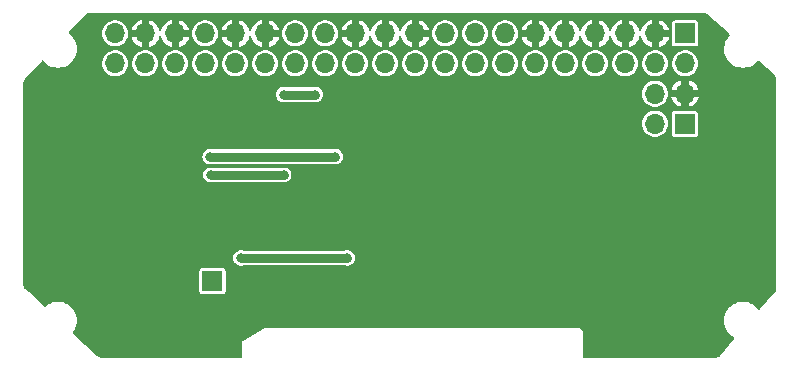
<source format=gbr>
G04 #@! TF.GenerationSoftware,KiCad,Pcbnew,(7.0.0)*
G04 #@! TF.CreationDate,2023-08-14T16:39:54+01:00*
G04 #@! TF.ProjectId,DevKit2022-Kicad7,4465764b-6974-4323-9032-322d4b696361,v1.0*
G04 #@! TF.SameCoordinates,Original*
G04 #@! TF.FileFunction,Copper,L2,Bot*
G04 #@! TF.FilePolarity,Positive*
%FSLAX46Y46*%
G04 Gerber Fmt 4.6, Leading zero omitted, Abs format (unit mm)*
G04 Created by KiCad (PCBNEW (7.0.0)) date 2023-08-14 16:39:54*
%MOMM*%
%LPD*%
G01*
G04 APERTURE LIST*
G04 #@! TA.AperFunction,ComponentPad*
%ADD10R,1.700000X1.700000*%
G04 #@! TD*
G04 #@! TA.AperFunction,ComponentPad*
%ADD11O,1.700000X1.700000*%
G04 #@! TD*
G04 #@! TA.AperFunction,ViaPad*
%ADD12C,0.800000*%
G04 #@! TD*
G04 #@! TA.AperFunction,Conductor*
%ADD13C,0.250000*%
G04 #@! TD*
G04 #@! TA.AperFunction,Conductor*
%ADD14C,0.750000*%
G04 #@! TD*
G04 APERTURE END LIST*
D10*
X200025999Y-111331999D03*
D11*
X197485999Y-111331999D03*
X200025999Y-108791999D03*
X197485999Y-108791999D03*
D10*
X200051399Y-103686599D03*
D11*
X200051399Y-106226599D03*
X197511399Y-103686599D03*
X197511399Y-106226599D03*
X194971399Y-103686599D03*
X194971399Y-106226599D03*
X192431399Y-103686599D03*
X192431399Y-106226599D03*
X189891399Y-103686599D03*
X189891399Y-106226599D03*
X187351399Y-103686599D03*
X187351399Y-106226599D03*
X184811399Y-103686599D03*
X184811399Y-106226599D03*
X182271399Y-103686599D03*
X182271399Y-106226599D03*
X179731399Y-103686599D03*
X179731399Y-106226599D03*
X177191399Y-103686599D03*
X177191399Y-106226599D03*
X174651399Y-103686599D03*
X174651399Y-106226599D03*
X172111399Y-103686599D03*
X172111399Y-106226599D03*
X169571399Y-103686599D03*
X169571399Y-106226599D03*
X167031399Y-103686599D03*
X167031399Y-106226599D03*
X164491399Y-103686599D03*
X164491399Y-106226599D03*
X161951399Y-103686599D03*
X161951399Y-106226599D03*
X159411399Y-103686599D03*
X159411399Y-106226599D03*
X156871399Y-103686599D03*
X156871399Y-106226599D03*
X154331399Y-103686599D03*
X154331399Y-106226599D03*
X151791399Y-103686599D03*
X151791399Y-106226599D03*
D10*
X160020999Y-124666999D03*
D12*
X196597000Y-130382000D03*
X196597000Y-128985000D03*
X179960000Y-112348000D03*
X173610000Y-112348000D03*
X195073000Y-128985000D03*
X192215500Y-130382000D03*
X195073000Y-130382000D03*
X193612500Y-128985000D03*
X187453000Y-122381000D03*
X193612500Y-130382000D03*
X192215500Y-128985000D03*
X173737000Y-117301000D03*
X188532500Y-122381000D03*
X173229000Y-125810000D03*
X199391000Y-113491000D03*
X157481000Y-115650000D03*
X201296000Y-126826000D03*
X158243000Y-124540000D03*
X152401000Y-120285500D03*
X165863000Y-126445000D03*
X153544000Y-123587500D03*
X180087000Y-117301000D03*
X153925000Y-111078000D03*
X165736000Y-117682000D03*
X201042000Y-114888000D03*
X188405500Y-121174500D03*
X160021000Y-118571000D03*
X162815000Y-127270500D03*
X179960000Y-122635000D03*
X151956500Y-127651500D03*
X163069000Y-123841500D03*
X170435000Y-114126000D03*
X159830500Y-114126000D03*
X159894000Y-115650000D03*
X168725589Y-108860589D03*
X166048411Y-108860589D03*
X166048411Y-115650000D03*
X162434000Y-122698500D03*
X171451000Y-122698500D03*
D13*
X165355000Y-114888000D02*
X159386000Y-114888000D01*
X166625000Y-114888000D02*
X165355000Y-114888000D01*
D14*
X160148000Y-124413000D02*
X159894000Y-124667000D01*
X170435000Y-114126000D02*
X159830500Y-114126000D01*
X166048411Y-115650000D02*
X159894000Y-115650000D01*
X168725589Y-108860589D02*
X166048411Y-108860589D01*
X162434000Y-122698500D02*
X171451000Y-122698500D01*
G04 #@! TA.AperFunction,Conductor*
G36*
X201615859Y-101934754D02*
G01*
X201634940Y-101937122D01*
X201719837Y-101947660D01*
X201743484Y-101953622D01*
X201757166Y-101958937D01*
X201835403Y-101989328D01*
X201856875Y-102000891D01*
X201942301Y-102061553D01*
X201951808Y-102069229D01*
X202552579Y-102618870D01*
X203724610Y-103691154D01*
X203775563Y-103737770D01*
X203802786Y-103779897D01*
X203805868Y-103829960D01*
X203784017Y-103875108D01*
X203647132Y-104035380D01*
X203647126Y-104035387D01*
X203644604Y-104038341D01*
X203642576Y-104041650D01*
X203642569Y-104041660D01*
X203515007Y-104249822D01*
X203515002Y-104249830D01*
X203512974Y-104253141D01*
X203511491Y-104256720D01*
X203511485Y-104256733D01*
X203418054Y-104482298D01*
X203416567Y-104485889D01*
X203415660Y-104489663D01*
X203415660Y-104489666D01*
X203376992Y-104650733D01*
X203357757Y-104730852D01*
X203357452Y-104734716D01*
X203357452Y-104734722D01*
X203348649Y-104846577D01*
X203337991Y-104982000D01*
X203338296Y-104985875D01*
X203349083Y-105122942D01*
X203357757Y-105233148D01*
X203416567Y-105478111D01*
X203418053Y-105481700D01*
X203418054Y-105481701D01*
X203511485Y-105707266D01*
X203511488Y-105707273D01*
X203512974Y-105710859D01*
X203515005Y-105714174D01*
X203515007Y-105714177D01*
X203586169Y-105830303D01*
X203644604Y-105925659D01*
X203808216Y-106117224D01*
X203999781Y-106280836D01*
X204214581Y-106412466D01*
X204447329Y-106508873D01*
X204692292Y-106567683D01*
X204880558Y-106582500D01*
X205004374Y-106582500D01*
X205006322Y-106582500D01*
X205194588Y-106567683D01*
X205439551Y-106508873D01*
X205672299Y-106412466D01*
X205887099Y-106280836D01*
X206078664Y-106117224D01*
X206142722Y-106042221D01*
X206186014Y-106012829D01*
X206238249Y-106009613D01*
X206284823Y-106033476D01*
X207605452Y-107241711D01*
X207614871Y-107251608D01*
X207689634Y-107341916D01*
X207703974Y-107365137D01*
X207748438Y-107466081D01*
X207755893Y-107492340D01*
X207772055Y-107608449D01*
X207773000Y-107622098D01*
X207773000Y-125236582D01*
X207772300Y-125248337D01*
X207760307Y-125348623D01*
X207754764Y-125371468D01*
X207721541Y-125460532D01*
X207710767Y-125481428D01*
X207654142Y-125565075D01*
X207646993Y-125574389D01*
X206372111Y-127045409D01*
X206324957Y-127075629D01*
X206268952Y-127075426D01*
X206222018Y-127044866D01*
X206065958Y-126862143D01*
X206063424Y-126859176D01*
X205871859Y-126695564D01*
X205868543Y-126693532D01*
X205868539Y-126693529D01*
X205660377Y-126565967D01*
X205660374Y-126565965D01*
X205657059Y-126563934D01*
X205653473Y-126562448D01*
X205653466Y-126562445D01*
X205427901Y-126469014D01*
X205427900Y-126469013D01*
X205424311Y-126467527D01*
X205179348Y-126408717D01*
X205175481Y-126408412D01*
X205175477Y-126408412D01*
X204993021Y-126394052D01*
X204993005Y-126394051D01*
X204991082Y-126393900D01*
X204865318Y-126393900D01*
X204863395Y-126394051D01*
X204863378Y-126394052D01*
X204680922Y-126408412D01*
X204680916Y-126408412D01*
X204677052Y-126408717D01*
X204673280Y-126409622D01*
X204673277Y-126409623D01*
X204435866Y-126466620D01*
X204435863Y-126466620D01*
X204432089Y-126467527D01*
X204428502Y-126469012D01*
X204428498Y-126469014D01*
X204202933Y-126562445D01*
X204202920Y-126562451D01*
X204199341Y-126563934D01*
X204196030Y-126565962D01*
X204196022Y-126565967D01*
X203987860Y-126693529D01*
X203987850Y-126693536D01*
X203984541Y-126695564D01*
X203981581Y-126698091D01*
X203981581Y-126698092D01*
X203795943Y-126856641D01*
X203795936Y-126856647D01*
X203792976Y-126859176D01*
X203790447Y-126862136D01*
X203790441Y-126862143D01*
X203634382Y-127044866D01*
X203629364Y-127050741D01*
X203627336Y-127054050D01*
X203627329Y-127054060D01*
X203499767Y-127262222D01*
X203499762Y-127262230D01*
X203497734Y-127265541D01*
X203496251Y-127269120D01*
X203496245Y-127269133D01*
X203402814Y-127494698D01*
X203401327Y-127498289D01*
X203342517Y-127743252D01*
X203322751Y-127994400D01*
X203342517Y-128245548D01*
X203401327Y-128490511D01*
X203402813Y-128494100D01*
X203402814Y-128494101D01*
X203496245Y-128719666D01*
X203496248Y-128719673D01*
X203497734Y-128723259D01*
X203499765Y-128726574D01*
X203499767Y-128726577D01*
X203586279Y-128867752D01*
X203629364Y-128938059D01*
X203792976Y-129129624D01*
X203984541Y-129293236D01*
X204172000Y-129408111D01*
X204209731Y-129450117D01*
X204218363Y-129505917D01*
X204195086Y-129557360D01*
X202974165Y-130966115D01*
X202964178Y-130976101D01*
X202872737Y-131055323D01*
X202849033Y-131070554D01*
X202745486Y-131117837D01*
X202718452Y-131125774D01*
X202598691Y-131142992D01*
X202584603Y-131144000D01*
X191489000Y-131144000D01*
X191439500Y-131130737D01*
X191403263Y-131094500D01*
X191390000Y-131045000D01*
X191390000Y-128867752D01*
X191390000Y-128858000D01*
X191136000Y-128604000D01*
X164466000Y-128604000D01*
X164454463Y-128610922D01*
X164454460Y-128610923D01*
X162571994Y-129740403D01*
X162571992Y-129740404D01*
X162561000Y-129747000D01*
X162561000Y-129759823D01*
X162561000Y-131045000D01*
X162547737Y-131094500D01*
X162511500Y-131130737D01*
X162462000Y-131144000D01*
X150635369Y-131144000D01*
X150623034Y-131143228D01*
X150517881Y-131130023D01*
X150493977Y-131123924D01*
X150401171Y-131087419D01*
X150379518Y-131075599D01*
X150293554Y-131013630D01*
X150283999Y-131005791D01*
X148230091Y-129094233D01*
X148203314Y-129052142D01*
X148200463Y-129002337D01*
X148222257Y-128957469D01*
X148238836Y-128938059D01*
X148370466Y-128723259D01*
X148466873Y-128490511D01*
X148525683Y-128245548D01*
X148545449Y-127994400D01*
X148525683Y-127743252D01*
X148466873Y-127498289D01*
X148370466Y-127265541D01*
X148304650Y-127158140D01*
X148240870Y-127054060D01*
X148240869Y-127054059D01*
X148238836Y-127050741D01*
X148075224Y-126859176D01*
X147883659Y-126695564D01*
X147880343Y-126693532D01*
X147880339Y-126693529D01*
X147672177Y-126565967D01*
X147672174Y-126565965D01*
X147668859Y-126563934D01*
X147665273Y-126562448D01*
X147665266Y-126562445D01*
X147439701Y-126469014D01*
X147439700Y-126469013D01*
X147436111Y-126467527D01*
X147191148Y-126408717D01*
X147187281Y-126408412D01*
X147187277Y-126408412D01*
X147004821Y-126394052D01*
X147004805Y-126394051D01*
X147002882Y-126393900D01*
X146877118Y-126393900D01*
X146875195Y-126394051D01*
X146875178Y-126394052D01*
X146692722Y-126408412D01*
X146692716Y-126408412D01*
X146688852Y-126408717D01*
X146685080Y-126409622D01*
X146685077Y-126409623D01*
X146447666Y-126466620D01*
X146447663Y-126466620D01*
X146443889Y-126467527D01*
X146440302Y-126469012D01*
X146440298Y-126469014D01*
X146214733Y-126562445D01*
X146214720Y-126562451D01*
X146211141Y-126563934D01*
X146207830Y-126565962D01*
X146207822Y-126565967D01*
X145999660Y-126693529D01*
X145999650Y-126693536D01*
X145996341Y-126695564D01*
X145993388Y-126698085D01*
X145993388Y-126698086D01*
X145884320Y-126791239D01*
X145841765Y-126812542D01*
X145794186Y-126811527D01*
X145752578Y-126788428D01*
X144482887Y-125606736D01*
X144408190Y-125537216D01*
X158916500Y-125537216D01*
X158916501Y-125542066D01*
X158917449Y-125546830D01*
X158917449Y-125546832D01*
X158929363Y-125606737D01*
X158929364Y-125606740D01*
X158931266Y-125616301D01*
X158987516Y-125700484D01*
X159071699Y-125756734D01*
X159145933Y-125771500D01*
X160896066Y-125771499D01*
X160970301Y-125756734D01*
X161054484Y-125700484D01*
X161110734Y-125616301D01*
X161125500Y-125542067D01*
X161125499Y-123791934D01*
X161110734Y-123717699D01*
X161054484Y-123633516D01*
X160970301Y-123577266D01*
X160960737Y-123575363D01*
X160960736Y-123575363D01*
X160900830Y-123563447D01*
X160900825Y-123563446D01*
X160896067Y-123562500D01*
X160891208Y-123562500D01*
X159150793Y-123562500D01*
X159150782Y-123562500D01*
X159145934Y-123562501D01*
X159141168Y-123563448D01*
X159141167Y-123563449D01*
X159081262Y-123575363D01*
X159081257Y-123575364D01*
X159071699Y-123577266D01*
X159063593Y-123582681D01*
X159063591Y-123582683D01*
X158995625Y-123628097D01*
X158995622Y-123628099D01*
X158987516Y-123633516D01*
X158982099Y-123641622D01*
X158982097Y-123641625D01*
X158936684Y-123709589D01*
X158936682Y-123709592D01*
X158931266Y-123717699D01*
X158929364Y-123727260D01*
X158929363Y-123727263D01*
X158917447Y-123787169D01*
X158917446Y-123787175D01*
X158916500Y-123791933D01*
X158916500Y-123796790D01*
X158916500Y-123796791D01*
X158916500Y-125537206D01*
X158916500Y-125537216D01*
X144408190Y-125537216D01*
X144183323Y-125327934D01*
X144174068Y-125318056D01*
X144100708Y-125228151D01*
X144086648Y-125205090D01*
X144043061Y-125104980D01*
X144035758Y-125078970D01*
X144019926Y-124964026D01*
X144019000Y-124950518D01*
X144019000Y-122698500D01*
X161774693Y-122698500D01*
X161775415Y-122704446D01*
X161793128Y-122850333D01*
X161793129Y-122850338D01*
X161793851Y-122856282D01*
X161795975Y-122861883D01*
X161795976Y-122861886D01*
X161848087Y-122999291D01*
X161848089Y-122999295D01*
X161850213Y-123004895D01*
X161940502Y-123135701D01*
X162059471Y-123241099D01*
X162200207Y-123314963D01*
X162354529Y-123353000D01*
X162507483Y-123353000D01*
X162513471Y-123353000D01*
X162603227Y-123330877D01*
X162626920Y-123328000D01*
X171258080Y-123328000D01*
X171281772Y-123330877D01*
X171371529Y-123353000D01*
X171524483Y-123353000D01*
X171530471Y-123353000D01*
X171684793Y-123314963D01*
X171825529Y-123241099D01*
X171944498Y-123135701D01*
X172034787Y-123004895D01*
X172091149Y-122856282D01*
X172110307Y-122698500D01*
X172091149Y-122540718D01*
X172034787Y-122392105D01*
X171944498Y-122261299D01*
X171825529Y-122155901D01*
X171684793Y-122082037D01*
X171678977Y-122080603D01*
X171678976Y-122080603D01*
X171536286Y-122045433D01*
X171536283Y-122045432D01*
X171530471Y-122044000D01*
X171371529Y-122044000D01*
X171365717Y-122045432D01*
X171365713Y-122045433D01*
X171281772Y-122066123D01*
X171258080Y-122069000D01*
X162626920Y-122069000D01*
X162603228Y-122066123D01*
X162519286Y-122045433D01*
X162519283Y-122045432D01*
X162513471Y-122044000D01*
X162354529Y-122044000D01*
X162348717Y-122045432D01*
X162348713Y-122045433D01*
X162206023Y-122080603D01*
X162206019Y-122080604D01*
X162200207Y-122082037D01*
X162194908Y-122084818D01*
X162194903Y-122084820D01*
X162064776Y-122153116D01*
X162064771Y-122153119D01*
X162059471Y-122155901D01*
X162054989Y-122159870D01*
X162054984Y-122159875D01*
X161944989Y-122257323D01*
X161944985Y-122257326D01*
X161940502Y-122261299D01*
X161937100Y-122266226D01*
X161937096Y-122266232D01*
X161853617Y-122387172D01*
X161853613Y-122387178D01*
X161850213Y-122392105D01*
X161848090Y-122397700D01*
X161848087Y-122397708D01*
X161795976Y-122535113D01*
X161795974Y-122535118D01*
X161793851Y-122540718D01*
X161793129Y-122546659D01*
X161793128Y-122546666D01*
X161776116Y-122686778D01*
X161774693Y-122698500D01*
X144019000Y-122698500D01*
X144019000Y-115650000D01*
X159234693Y-115650000D01*
X159235415Y-115655946D01*
X159253128Y-115801833D01*
X159253129Y-115801838D01*
X159253851Y-115807782D01*
X159255975Y-115813383D01*
X159255976Y-115813386D01*
X159308087Y-115950791D01*
X159308089Y-115950795D01*
X159310213Y-115956395D01*
X159400502Y-116087201D01*
X159519471Y-116192599D01*
X159660207Y-116266463D01*
X159814529Y-116304500D01*
X159967483Y-116304500D01*
X159973471Y-116304500D01*
X160063227Y-116282377D01*
X160086920Y-116279500D01*
X165855491Y-116279500D01*
X165879183Y-116282377D01*
X165968940Y-116304500D01*
X166121894Y-116304500D01*
X166127882Y-116304500D01*
X166282204Y-116266463D01*
X166422940Y-116192599D01*
X166541909Y-116087201D01*
X166632198Y-115956395D01*
X166688560Y-115807782D01*
X166707718Y-115650000D01*
X166688560Y-115492218D01*
X166632198Y-115343605D01*
X166541909Y-115212799D01*
X166422940Y-115107401D01*
X166282204Y-115033537D01*
X166276388Y-115032103D01*
X166276387Y-115032103D01*
X166133697Y-114996933D01*
X166133694Y-114996932D01*
X166127882Y-114995500D01*
X165968940Y-114995500D01*
X165963128Y-114996932D01*
X165963124Y-114996933D01*
X165879183Y-115017623D01*
X165855491Y-115020500D01*
X160086920Y-115020500D01*
X160063228Y-115017623D01*
X159979286Y-114996933D01*
X159979283Y-114996932D01*
X159973471Y-114995500D01*
X159814529Y-114995500D01*
X159808717Y-114996932D01*
X159808713Y-114996933D01*
X159666023Y-115032103D01*
X159666019Y-115032104D01*
X159660207Y-115033537D01*
X159654908Y-115036318D01*
X159654903Y-115036320D01*
X159524776Y-115104616D01*
X159524771Y-115104619D01*
X159519471Y-115107401D01*
X159514989Y-115111370D01*
X159514984Y-115111375D01*
X159404989Y-115208823D01*
X159404985Y-115208826D01*
X159400502Y-115212799D01*
X159397100Y-115217726D01*
X159397096Y-115217732D01*
X159313617Y-115338672D01*
X159313613Y-115338678D01*
X159310213Y-115343605D01*
X159308090Y-115349200D01*
X159308087Y-115349208D01*
X159255976Y-115486613D01*
X159255974Y-115486618D01*
X159253851Y-115492218D01*
X159253129Y-115498159D01*
X159253128Y-115498166D01*
X159236116Y-115638278D01*
X159234693Y-115650000D01*
X144019000Y-115650000D01*
X144019000Y-114126000D01*
X159171193Y-114126000D01*
X159171915Y-114131946D01*
X159189628Y-114277833D01*
X159189629Y-114277838D01*
X159190351Y-114283782D01*
X159192475Y-114289383D01*
X159192476Y-114289386D01*
X159244587Y-114426791D01*
X159244589Y-114426795D01*
X159246713Y-114432395D01*
X159337002Y-114563201D01*
X159455971Y-114668599D01*
X159596707Y-114742463D01*
X159751029Y-114780500D01*
X159903983Y-114780500D01*
X159909971Y-114780500D01*
X159999727Y-114758377D01*
X160023420Y-114755500D01*
X170242080Y-114755500D01*
X170265772Y-114758377D01*
X170355529Y-114780500D01*
X170508483Y-114780500D01*
X170514471Y-114780500D01*
X170668793Y-114742463D01*
X170809529Y-114668599D01*
X170928498Y-114563201D01*
X171018787Y-114432395D01*
X171075149Y-114283782D01*
X171094307Y-114126000D01*
X171075149Y-113968218D01*
X171018787Y-113819605D01*
X170928498Y-113688799D01*
X170809529Y-113583401D01*
X170668793Y-113509537D01*
X170662977Y-113508103D01*
X170662976Y-113508103D01*
X170520286Y-113472933D01*
X170520283Y-113472932D01*
X170514471Y-113471500D01*
X170355529Y-113471500D01*
X170349717Y-113472932D01*
X170349713Y-113472933D01*
X170265772Y-113493623D01*
X170242080Y-113496500D01*
X160023420Y-113496500D01*
X159999728Y-113493623D01*
X159915786Y-113472933D01*
X159915783Y-113472932D01*
X159909971Y-113471500D01*
X159751029Y-113471500D01*
X159745217Y-113472932D01*
X159745213Y-113472933D01*
X159602523Y-113508103D01*
X159602519Y-113508104D01*
X159596707Y-113509537D01*
X159591408Y-113512318D01*
X159591403Y-113512320D01*
X159461276Y-113580616D01*
X159461271Y-113580619D01*
X159455971Y-113583401D01*
X159451489Y-113587370D01*
X159451484Y-113587375D01*
X159341489Y-113684823D01*
X159341485Y-113684826D01*
X159337002Y-113688799D01*
X159333600Y-113693726D01*
X159333596Y-113693732D01*
X159250117Y-113814672D01*
X159250113Y-113814678D01*
X159246713Y-113819605D01*
X159244590Y-113825200D01*
X159244587Y-113825208D01*
X159192476Y-113962613D01*
X159192474Y-113962618D01*
X159190351Y-113968218D01*
X159189629Y-113974159D01*
X159189628Y-113974166D01*
X159172616Y-114114278D01*
X159171193Y-114126000D01*
X144019000Y-114126000D01*
X144019000Y-111332000D01*
X196376768Y-111332000D01*
X196395655Y-111535821D01*
X196396906Y-111540217D01*
X196450418Y-111728296D01*
X196450420Y-111728302D01*
X196451672Y-111732701D01*
X196542912Y-111915935D01*
X196545664Y-111919579D01*
X196545667Y-111919584D01*
X196621602Y-112020137D01*
X196666268Y-112079285D01*
X196817538Y-112217186D01*
X196991573Y-112324944D01*
X196995840Y-112326597D01*
X196995842Y-112326598D01*
X197178174Y-112397234D01*
X197178176Y-112397234D01*
X197182444Y-112398888D01*
X197383653Y-112436500D01*
X197583764Y-112436500D01*
X197588347Y-112436500D01*
X197789556Y-112398888D01*
X197980427Y-112324944D01*
X198154462Y-112217186D01*
X198170883Y-112202216D01*
X198921500Y-112202216D01*
X198921501Y-112207066D01*
X198922449Y-112211830D01*
X198922449Y-112211832D01*
X198934363Y-112271737D01*
X198934364Y-112271740D01*
X198936266Y-112281301D01*
X198992516Y-112365484D01*
X199076699Y-112421734D01*
X199150933Y-112436500D01*
X200901066Y-112436499D01*
X200975301Y-112421734D01*
X201059484Y-112365484D01*
X201115734Y-112281301D01*
X201130500Y-112207067D01*
X201130499Y-110456934D01*
X201115734Y-110382699D01*
X201059484Y-110298516D01*
X200975301Y-110242266D01*
X200965737Y-110240363D01*
X200965736Y-110240363D01*
X200905830Y-110228447D01*
X200905825Y-110228446D01*
X200901067Y-110227500D01*
X200896208Y-110227500D01*
X199155793Y-110227500D01*
X199155782Y-110227500D01*
X199150934Y-110227501D01*
X199146168Y-110228448D01*
X199146167Y-110228449D01*
X199086262Y-110240363D01*
X199086257Y-110240364D01*
X199076699Y-110242266D01*
X199068593Y-110247681D01*
X199068591Y-110247683D01*
X199000625Y-110293097D01*
X199000622Y-110293099D01*
X198992516Y-110298516D01*
X198987099Y-110306622D01*
X198987097Y-110306625D01*
X198941684Y-110374589D01*
X198941682Y-110374592D01*
X198936266Y-110382699D01*
X198934364Y-110392260D01*
X198934363Y-110392263D01*
X198922447Y-110452169D01*
X198922446Y-110452175D01*
X198921500Y-110456933D01*
X198921500Y-110461790D01*
X198921500Y-110461791D01*
X198921500Y-112202206D01*
X198921500Y-112202216D01*
X198170883Y-112202216D01*
X198305732Y-112079285D01*
X198429088Y-111915935D01*
X198520328Y-111732701D01*
X198576345Y-111535821D01*
X198595232Y-111332000D01*
X198576345Y-111128179D01*
X198520328Y-110931299D01*
X198429088Y-110748065D01*
X198305732Y-110584715D01*
X198154462Y-110446814D01*
X198150573Y-110444406D01*
X198150569Y-110444403D01*
X198037815Y-110374589D01*
X197980427Y-110339056D01*
X197976164Y-110337404D01*
X197976157Y-110337401D01*
X197793825Y-110266765D01*
X197793817Y-110266762D01*
X197789556Y-110265112D01*
X197785052Y-110264270D01*
X197592853Y-110228342D01*
X197592849Y-110228341D01*
X197588347Y-110227500D01*
X197383653Y-110227500D01*
X197379151Y-110228341D01*
X197379146Y-110228342D01*
X197186947Y-110264270D01*
X197186944Y-110264270D01*
X197182444Y-110265112D01*
X197178185Y-110266761D01*
X197178174Y-110266765D01*
X196995842Y-110337401D01*
X196995831Y-110337406D01*
X196991573Y-110339056D01*
X196987679Y-110341466D01*
X196987677Y-110341468D01*
X196821430Y-110444403D01*
X196821421Y-110444409D01*
X196817538Y-110446814D01*
X196814163Y-110449890D01*
X196814156Y-110449896D01*
X196669644Y-110581637D01*
X196666268Y-110584715D01*
X196663517Y-110588357D01*
X196663515Y-110588360D01*
X196545667Y-110744415D01*
X196545660Y-110744424D01*
X196542912Y-110748065D01*
X196540874Y-110752157D01*
X196540872Y-110752161D01*
X196453714Y-110927197D01*
X196453712Y-110927202D01*
X196451672Y-110931299D01*
X196450421Y-110935693D01*
X196450418Y-110935703D01*
X196396906Y-111123782D01*
X196395655Y-111128179D01*
X196376768Y-111332000D01*
X144019000Y-111332000D01*
X144019000Y-108860589D01*
X165389104Y-108860589D01*
X165389826Y-108866535D01*
X165407539Y-109012422D01*
X165407540Y-109012427D01*
X165408262Y-109018371D01*
X165410386Y-109023972D01*
X165410387Y-109023975D01*
X165462498Y-109161380D01*
X165462500Y-109161384D01*
X165464624Y-109166984D01*
X165468026Y-109171914D01*
X165468028Y-109171916D01*
X165509116Y-109231442D01*
X165554913Y-109297790D01*
X165673882Y-109403188D01*
X165814618Y-109477052D01*
X165968940Y-109515089D01*
X166121894Y-109515089D01*
X166127882Y-109515089D01*
X166217638Y-109492966D01*
X166241331Y-109490089D01*
X168532669Y-109490089D01*
X168556361Y-109492966D01*
X168646118Y-109515089D01*
X168799072Y-109515089D01*
X168805060Y-109515089D01*
X168959382Y-109477052D01*
X169100118Y-109403188D01*
X169219087Y-109297790D01*
X169309376Y-109166984D01*
X169365738Y-109018371D01*
X169384896Y-108860589D01*
X169376568Y-108792000D01*
X196376768Y-108792000D01*
X196395655Y-108995821D01*
X196410718Y-109048764D01*
X196450418Y-109188296D01*
X196450420Y-109188302D01*
X196451672Y-109192701D01*
X196542912Y-109375935D01*
X196545664Y-109379579D01*
X196545667Y-109379584D01*
X196619272Y-109477052D01*
X196666268Y-109539285D01*
X196817538Y-109677186D01*
X196991573Y-109784944D01*
X196995840Y-109786597D01*
X196995842Y-109786598D01*
X197178174Y-109857234D01*
X197178176Y-109857234D01*
X197182444Y-109858888D01*
X197383653Y-109896500D01*
X197583764Y-109896500D01*
X197588347Y-109896500D01*
X197789556Y-109858888D01*
X197980427Y-109784944D01*
X198154462Y-109677186D01*
X198305732Y-109539285D01*
X198429088Y-109375935D01*
X198520328Y-109192701D01*
X198544775Y-109106780D01*
X198867935Y-109106780D01*
X198900987Y-109222947D01*
X198904278Y-109231442D01*
X198999328Y-109422329D01*
X199004123Y-109430074D01*
X199132637Y-109600252D01*
X199138766Y-109606975D01*
X199296358Y-109750640D01*
X199303632Y-109756133D01*
X199484926Y-109868385D01*
X199493091Y-109872451D01*
X199691928Y-109949482D01*
X199700701Y-109951977D01*
X199711661Y-109954026D01*
X199722775Y-109952824D01*
X199726000Y-109942121D01*
X200326000Y-109942121D01*
X200329224Y-109952824D01*
X200340338Y-109954026D01*
X200351298Y-109951977D01*
X200360071Y-109949482D01*
X200558908Y-109872451D01*
X200567073Y-109868385D01*
X200748367Y-109756133D01*
X200755641Y-109750640D01*
X200913233Y-109606975D01*
X200919362Y-109600252D01*
X201047876Y-109430074D01*
X201052671Y-109422329D01*
X201147721Y-109231442D01*
X201151012Y-109222947D01*
X201184064Y-109106780D01*
X201183715Y-109095439D01*
X201172902Y-109092000D01*
X200339033Y-109092000D01*
X200328754Y-109094754D01*
X200326000Y-109105033D01*
X200326000Y-109942121D01*
X199726000Y-109942121D01*
X199726000Y-109105033D01*
X199723245Y-109094754D01*
X199712967Y-109092000D01*
X198879098Y-109092000D01*
X198868284Y-109095439D01*
X198867935Y-109106780D01*
X198544775Y-109106780D01*
X198576345Y-108995821D01*
X198595232Y-108792000D01*
X198576345Y-108588179D01*
X198544774Y-108477219D01*
X198867935Y-108477219D01*
X198868284Y-108488560D01*
X198879098Y-108492000D01*
X199712967Y-108492000D01*
X199723245Y-108489245D01*
X199726000Y-108478967D01*
X200326000Y-108478967D01*
X200328754Y-108489245D01*
X200339033Y-108492000D01*
X201172902Y-108492000D01*
X201183715Y-108488560D01*
X201184064Y-108477219D01*
X201151012Y-108361052D01*
X201147721Y-108352557D01*
X201052671Y-108161670D01*
X201047876Y-108153925D01*
X200919362Y-107983747D01*
X200913233Y-107977024D01*
X200755641Y-107833359D01*
X200748367Y-107827866D01*
X200567073Y-107715614D01*
X200558908Y-107711548D01*
X200360071Y-107634517D01*
X200351298Y-107632022D01*
X200340338Y-107629973D01*
X200329224Y-107631175D01*
X200326000Y-107641879D01*
X200326000Y-108478967D01*
X199726000Y-108478967D01*
X199726000Y-107641879D01*
X199722775Y-107631175D01*
X199711661Y-107629973D01*
X199700701Y-107632022D01*
X199691928Y-107634517D01*
X199493091Y-107711548D01*
X199484926Y-107715614D01*
X199303632Y-107827866D01*
X199296358Y-107833359D01*
X199138766Y-107977024D01*
X199132637Y-107983747D01*
X199004123Y-108153925D01*
X198999328Y-108161670D01*
X198904278Y-108352557D01*
X198900987Y-108361052D01*
X198867935Y-108477219D01*
X198544774Y-108477219D01*
X198520328Y-108391299D01*
X198429088Y-108208065D01*
X198305732Y-108044715D01*
X198154462Y-107906814D01*
X198150573Y-107904406D01*
X198150569Y-107904403D01*
X198026957Y-107827866D01*
X197980427Y-107799056D01*
X197976164Y-107797404D01*
X197976157Y-107797401D01*
X197793825Y-107726765D01*
X197793817Y-107726762D01*
X197789556Y-107725112D01*
X197738746Y-107715614D01*
X197592853Y-107688342D01*
X197592849Y-107688341D01*
X197588347Y-107687500D01*
X197383653Y-107687500D01*
X197379151Y-107688341D01*
X197379146Y-107688342D01*
X197186947Y-107724270D01*
X197186944Y-107724270D01*
X197182444Y-107725112D01*
X197178185Y-107726761D01*
X197178174Y-107726765D01*
X196995842Y-107797401D01*
X196995831Y-107797406D01*
X196991573Y-107799056D01*
X196987679Y-107801466D01*
X196987677Y-107801468D01*
X196821430Y-107904403D01*
X196821421Y-107904409D01*
X196817538Y-107906814D01*
X196814163Y-107909890D01*
X196814156Y-107909896D01*
X196669644Y-108041637D01*
X196666268Y-108044715D01*
X196663517Y-108048357D01*
X196663515Y-108048360D01*
X196545667Y-108204415D01*
X196545660Y-108204424D01*
X196542912Y-108208065D01*
X196540874Y-108212157D01*
X196540872Y-108212161D01*
X196453714Y-108387197D01*
X196453712Y-108387202D01*
X196451672Y-108391299D01*
X196450421Y-108395693D01*
X196450418Y-108395703D01*
X196403730Y-108559797D01*
X196395655Y-108588179D01*
X196376768Y-108792000D01*
X169376568Y-108792000D01*
X169365738Y-108702807D01*
X169309376Y-108554194D01*
X169219087Y-108423388D01*
X169100118Y-108317990D01*
X168959382Y-108244126D01*
X168953566Y-108242692D01*
X168953565Y-108242692D01*
X168810875Y-108207522D01*
X168810872Y-108207521D01*
X168805060Y-108206089D01*
X168646118Y-108206089D01*
X168640306Y-108207521D01*
X168640302Y-108207522D01*
X168556361Y-108228212D01*
X168532669Y-108231089D01*
X166241331Y-108231089D01*
X166217639Y-108228212D01*
X166133697Y-108207522D01*
X166133694Y-108207521D01*
X166127882Y-108206089D01*
X165968940Y-108206089D01*
X165963128Y-108207521D01*
X165963124Y-108207522D01*
X165820434Y-108242692D01*
X165820430Y-108242693D01*
X165814618Y-108244126D01*
X165809319Y-108246907D01*
X165809314Y-108246909D01*
X165679187Y-108315205D01*
X165679182Y-108315208D01*
X165673882Y-108317990D01*
X165669400Y-108321959D01*
X165669395Y-108321964D01*
X165559400Y-108419412D01*
X165559396Y-108419415D01*
X165554913Y-108423388D01*
X165551511Y-108428315D01*
X165551507Y-108428321D01*
X165468028Y-108549261D01*
X165468024Y-108549267D01*
X165464624Y-108554194D01*
X165462501Y-108559789D01*
X165462498Y-108559797D01*
X165410387Y-108697202D01*
X165410385Y-108697207D01*
X165408262Y-108702807D01*
X165407540Y-108708748D01*
X165407539Y-108708755D01*
X165397985Y-108787446D01*
X165389104Y-108860589D01*
X144019000Y-108860589D01*
X144019000Y-107852288D01*
X144019774Y-107839931D01*
X144033027Y-107734586D01*
X144039148Y-107710644D01*
X144075790Y-107617682D01*
X144087650Y-107596005D01*
X144149844Y-107509942D01*
X144157704Y-107500387D01*
X145558964Y-105999037D01*
X145606018Y-105970880D01*
X145660844Y-105972088D01*
X145706614Y-106002291D01*
X145804776Y-106117224D01*
X145996341Y-106280836D01*
X146211141Y-106412466D01*
X146443889Y-106508873D01*
X146688852Y-106567683D01*
X146877118Y-106582500D01*
X147000934Y-106582500D01*
X147002882Y-106582500D01*
X147191148Y-106567683D01*
X147436111Y-106508873D01*
X147668859Y-106412466D01*
X147883659Y-106280836D01*
X147947161Y-106226600D01*
X150682168Y-106226600D01*
X150701055Y-106430421D01*
X150702306Y-106434817D01*
X150755818Y-106622896D01*
X150755820Y-106622902D01*
X150757072Y-106627301D01*
X150848312Y-106810535D01*
X150851064Y-106814179D01*
X150851067Y-106814184D01*
X150927002Y-106914737D01*
X150971668Y-106973885D01*
X151122938Y-107111786D01*
X151296973Y-107219544D01*
X151301240Y-107221197D01*
X151301242Y-107221198D01*
X151483574Y-107291834D01*
X151483576Y-107291834D01*
X151487844Y-107293488D01*
X151689053Y-107331100D01*
X151889164Y-107331100D01*
X151893747Y-107331100D01*
X152094956Y-107293488D01*
X152285827Y-107219544D01*
X152459862Y-107111786D01*
X152611132Y-106973885D01*
X152734488Y-106810535D01*
X152825728Y-106627301D01*
X152881745Y-106430421D01*
X152900632Y-106226600D01*
X153222168Y-106226600D01*
X153241055Y-106430421D01*
X153242306Y-106434817D01*
X153295818Y-106622896D01*
X153295820Y-106622902D01*
X153297072Y-106627301D01*
X153388312Y-106810535D01*
X153391064Y-106814179D01*
X153391067Y-106814184D01*
X153467002Y-106914737D01*
X153511668Y-106973885D01*
X153662938Y-107111786D01*
X153836973Y-107219544D01*
X153841240Y-107221197D01*
X153841242Y-107221198D01*
X154023574Y-107291834D01*
X154023576Y-107291834D01*
X154027844Y-107293488D01*
X154229053Y-107331100D01*
X154429164Y-107331100D01*
X154433747Y-107331100D01*
X154634956Y-107293488D01*
X154825827Y-107219544D01*
X154999862Y-107111786D01*
X155151132Y-106973885D01*
X155274488Y-106810535D01*
X155365728Y-106627301D01*
X155421745Y-106430421D01*
X155440632Y-106226600D01*
X155762168Y-106226600D01*
X155781055Y-106430421D01*
X155782306Y-106434817D01*
X155835818Y-106622896D01*
X155835820Y-106622902D01*
X155837072Y-106627301D01*
X155928312Y-106810535D01*
X155931064Y-106814179D01*
X155931067Y-106814184D01*
X156007002Y-106914737D01*
X156051668Y-106973885D01*
X156202938Y-107111786D01*
X156376973Y-107219544D01*
X156381240Y-107221197D01*
X156381242Y-107221198D01*
X156563574Y-107291834D01*
X156563576Y-107291834D01*
X156567844Y-107293488D01*
X156769053Y-107331100D01*
X156969164Y-107331100D01*
X156973747Y-107331100D01*
X157174956Y-107293488D01*
X157365827Y-107219544D01*
X157539862Y-107111786D01*
X157691132Y-106973885D01*
X157814488Y-106810535D01*
X157905728Y-106627301D01*
X157961745Y-106430421D01*
X157980632Y-106226600D01*
X158302168Y-106226600D01*
X158321055Y-106430421D01*
X158322306Y-106434817D01*
X158375818Y-106622896D01*
X158375820Y-106622902D01*
X158377072Y-106627301D01*
X158468312Y-106810535D01*
X158471064Y-106814179D01*
X158471067Y-106814184D01*
X158547002Y-106914737D01*
X158591668Y-106973885D01*
X158742938Y-107111786D01*
X158916973Y-107219544D01*
X158921240Y-107221197D01*
X158921242Y-107221198D01*
X159103574Y-107291834D01*
X159103576Y-107291834D01*
X159107844Y-107293488D01*
X159309053Y-107331100D01*
X159509164Y-107331100D01*
X159513747Y-107331100D01*
X159714956Y-107293488D01*
X159905827Y-107219544D01*
X160079862Y-107111786D01*
X160231132Y-106973885D01*
X160354488Y-106810535D01*
X160445728Y-106627301D01*
X160501745Y-106430421D01*
X160520632Y-106226600D01*
X160842168Y-106226600D01*
X160861055Y-106430421D01*
X160862306Y-106434817D01*
X160915818Y-106622896D01*
X160915820Y-106622902D01*
X160917072Y-106627301D01*
X161008312Y-106810535D01*
X161011064Y-106814179D01*
X161011067Y-106814184D01*
X161087002Y-106914737D01*
X161131668Y-106973885D01*
X161282938Y-107111786D01*
X161456973Y-107219544D01*
X161461240Y-107221197D01*
X161461242Y-107221198D01*
X161643574Y-107291834D01*
X161643576Y-107291834D01*
X161647844Y-107293488D01*
X161849053Y-107331100D01*
X162049164Y-107331100D01*
X162053747Y-107331100D01*
X162254956Y-107293488D01*
X162445827Y-107219544D01*
X162619862Y-107111786D01*
X162771132Y-106973885D01*
X162894488Y-106810535D01*
X162985728Y-106627301D01*
X163041745Y-106430421D01*
X163060632Y-106226600D01*
X163382168Y-106226600D01*
X163401055Y-106430421D01*
X163402306Y-106434817D01*
X163455818Y-106622896D01*
X163455820Y-106622902D01*
X163457072Y-106627301D01*
X163548312Y-106810535D01*
X163551064Y-106814179D01*
X163551067Y-106814184D01*
X163627002Y-106914737D01*
X163671668Y-106973885D01*
X163822938Y-107111786D01*
X163996973Y-107219544D01*
X164001240Y-107221197D01*
X164001242Y-107221198D01*
X164183574Y-107291834D01*
X164183576Y-107291834D01*
X164187844Y-107293488D01*
X164389053Y-107331100D01*
X164589164Y-107331100D01*
X164593747Y-107331100D01*
X164794956Y-107293488D01*
X164985827Y-107219544D01*
X165159862Y-107111786D01*
X165311132Y-106973885D01*
X165434488Y-106810535D01*
X165525728Y-106627301D01*
X165581745Y-106430421D01*
X165600632Y-106226600D01*
X165922168Y-106226600D01*
X165941055Y-106430421D01*
X165942306Y-106434817D01*
X165995818Y-106622896D01*
X165995820Y-106622902D01*
X165997072Y-106627301D01*
X166088312Y-106810535D01*
X166091064Y-106814179D01*
X166091067Y-106814184D01*
X166167002Y-106914737D01*
X166211668Y-106973885D01*
X166362938Y-107111786D01*
X166536973Y-107219544D01*
X166541240Y-107221197D01*
X166541242Y-107221198D01*
X166723574Y-107291834D01*
X166723576Y-107291834D01*
X166727844Y-107293488D01*
X166929053Y-107331100D01*
X167129164Y-107331100D01*
X167133747Y-107331100D01*
X167334956Y-107293488D01*
X167525827Y-107219544D01*
X167699862Y-107111786D01*
X167851132Y-106973885D01*
X167974488Y-106810535D01*
X168065728Y-106627301D01*
X168121745Y-106430421D01*
X168140632Y-106226600D01*
X168462168Y-106226600D01*
X168481055Y-106430421D01*
X168482306Y-106434817D01*
X168535818Y-106622896D01*
X168535820Y-106622902D01*
X168537072Y-106627301D01*
X168628312Y-106810535D01*
X168631064Y-106814179D01*
X168631067Y-106814184D01*
X168707002Y-106914737D01*
X168751668Y-106973885D01*
X168902938Y-107111786D01*
X169076973Y-107219544D01*
X169081240Y-107221197D01*
X169081242Y-107221198D01*
X169263574Y-107291834D01*
X169263576Y-107291834D01*
X169267844Y-107293488D01*
X169469053Y-107331100D01*
X169669164Y-107331100D01*
X169673747Y-107331100D01*
X169874956Y-107293488D01*
X170065827Y-107219544D01*
X170239862Y-107111786D01*
X170391132Y-106973885D01*
X170514488Y-106810535D01*
X170605728Y-106627301D01*
X170661745Y-106430421D01*
X170680632Y-106226600D01*
X171002168Y-106226600D01*
X171021055Y-106430421D01*
X171022306Y-106434817D01*
X171075818Y-106622896D01*
X171075820Y-106622902D01*
X171077072Y-106627301D01*
X171168312Y-106810535D01*
X171171064Y-106814179D01*
X171171067Y-106814184D01*
X171247002Y-106914737D01*
X171291668Y-106973885D01*
X171442938Y-107111786D01*
X171616973Y-107219544D01*
X171621240Y-107221197D01*
X171621242Y-107221198D01*
X171803574Y-107291834D01*
X171803576Y-107291834D01*
X171807844Y-107293488D01*
X172009053Y-107331100D01*
X172209164Y-107331100D01*
X172213747Y-107331100D01*
X172414956Y-107293488D01*
X172605827Y-107219544D01*
X172779862Y-107111786D01*
X172931132Y-106973885D01*
X173054488Y-106810535D01*
X173145728Y-106627301D01*
X173201745Y-106430421D01*
X173220632Y-106226600D01*
X173542168Y-106226600D01*
X173561055Y-106430421D01*
X173562306Y-106434817D01*
X173615818Y-106622896D01*
X173615820Y-106622902D01*
X173617072Y-106627301D01*
X173708312Y-106810535D01*
X173711064Y-106814179D01*
X173711067Y-106814184D01*
X173787002Y-106914737D01*
X173831668Y-106973885D01*
X173982938Y-107111786D01*
X174156973Y-107219544D01*
X174161240Y-107221197D01*
X174161242Y-107221198D01*
X174343574Y-107291834D01*
X174343576Y-107291834D01*
X174347844Y-107293488D01*
X174549053Y-107331100D01*
X174749164Y-107331100D01*
X174753747Y-107331100D01*
X174954956Y-107293488D01*
X175145827Y-107219544D01*
X175319862Y-107111786D01*
X175471132Y-106973885D01*
X175594488Y-106810535D01*
X175685728Y-106627301D01*
X175741745Y-106430421D01*
X175760632Y-106226600D01*
X176082168Y-106226600D01*
X176101055Y-106430421D01*
X176102306Y-106434817D01*
X176155818Y-106622896D01*
X176155820Y-106622902D01*
X176157072Y-106627301D01*
X176248312Y-106810535D01*
X176251064Y-106814179D01*
X176251067Y-106814184D01*
X176327002Y-106914737D01*
X176371668Y-106973885D01*
X176522938Y-107111786D01*
X176696973Y-107219544D01*
X176701240Y-107221197D01*
X176701242Y-107221198D01*
X176883574Y-107291834D01*
X176883576Y-107291834D01*
X176887844Y-107293488D01*
X177089053Y-107331100D01*
X177289164Y-107331100D01*
X177293747Y-107331100D01*
X177494956Y-107293488D01*
X177685827Y-107219544D01*
X177859862Y-107111786D01*
X178011132Y-106973885D01*
X178134488Y-106810535D01*
X178225728Y-106627301D01*
X178281745Y-106430421D01*
X178300632Y-106226600D01*
X178622168Y-106226600D01*
X178641055Y-106430421D01*
X178642306Y-106434817D01*
X178695818Y-106622896D01*
X178695820Y-106622902D01*
X178697072Y-106627301D01*
X178788312Y-106810535D01*
X178791064Y-106814179D01*
X178791067Y-106814184D01*
X178867002Y-106914737D01*
X178911668Y-106973885D01*
X179062938Y-107111786D01*
X179236973Y-107219544D01*
X179241240Y-107221197D01*
X179241242Y-107221198D01*
X179423574Y-107291834D01*
X179423576Y-107291834D01*
X179427844Y-107293488D01*
X179629053Y-107331100D01*
X179829164Y-107331100D01*
X179833747Y-107331100D01*
X180034956Y-107293488D01*
X180225827Y-107219544D01*
X180399862Y-107111786D01*
X180551132Y-106973885D01*
X180674488Y-106810535D01*
X180765728Y-106627301D01*
X180821745Y-106430421D01*
X180840632Y-106226600D01*
X181162168Y-106226600D01*
X181181055Y-106430421D01*
X181182306Y-106434817D01*
X181235818Y-106622896D01*
X181235820Y-106622902D01*
X181237072Y-106627301D01*
X181328312Y-106810535D01*
X181331064Y-106814179D01*
X181331067Y-106814184D01*
X181407002Y-106914737D01*
X181451668Y-106973885D01*
X181602938Y-107111786D01*
X181776973Y-107219544D01*
X181781240Y-107221197D01*
X181781242Y-107221198D01*
X181963574Y-107291834D01*
X181963576Y-107291834D01*
X181967844Y-107293488D01*
X182169053Y-107331100D01*
X182369164Y-107331100D01*
X182373747Y-107331100D01*
X182574956Y-107293488D01*
X182765827Y-107219544D01*
X182939862Y-107111786D01*
X183091132Y-106973885D01*
X183214488Y-106810535D01*
X183305728Y-106627301D01*
X183361745Y-106430421D01*
X183380632Y-106226600D01*
X183702168Y-106226600D01*
X183721055Y-106430421D01*
X183722306Y-106434817D01*
X183775818Y-106622896D01*
X183775820Y-106622902D01*
X183777072Y-106627301D01*
X183868312Y-106810535D01*
X183871064Y-106814179D01*
X183871067Y-106814184D01*
X183947002Y-106914737D01*
X183991668Y-106973885D01*
X184142938Y-107111786D01*
X184316973Y-107219544D01*
X184321240Y-107221197D01*
X184321242Y-107221198D01*
X184503574Y-107291834D01*
X184503576Y-107291834D01*
X184507844Y-107293488D01*
X184709053Y-107331100D01*
X184909164Y-107331100D01*
X184913747Y-107331100D01*
X185114956Y-107293488D01*
X185305827Y-107219544D01*
X185479862Y-107111786D01*
X185631132Y-106973885D01*
X185754488Y-106810535D01*
X185845728Y-106627301D01*
X185901745Y-106430421D01*
X185920632Y-106226600D01*
X186242168Y-106226600D01*
X186261055Y-106430421D01*
X186262306Y-106434817D01*
X186315818Y-106622896D01*
X186315820Y-106622902D01*
X186317072Y-106627301D01*
X186408312Y-106810535D01*
X186411064Y-106814179D01*
X186411067Y-106814184D01*
X186487002Y-106914737D01*
X186531668Y-106973885D01*
X186682938Y-107111786D01*
X186856973Y-107219544D01*
X186861240Y-107221197D01*
X186861242Y-107221198D01*
X187043574Y-107291834D01*
X187043576Y-107291834D01*
X187047844Y-107293488D01*
X187249053Y-107331100D01*
X187449164Y-107331100D01*
X187453747Y-107331100D01*
X187654956Y-107293488D01*
X187845827Y-107219544D01*
X188019862Y-107111786D01*
X188171132Y-106973885D01*
X188294488Y-106810535D01*
X188385728Y-106627301D01*
X188441745Y-106430421D01*
X188460632Y-106226600D01*
X188782168Y-106226600D01*
X188801055Y-106430421D01*
X188802306Y-106434817D01*
X188855818Y-106622896D01*
X188855820Y-106622902D01*
X188857072Y-106627301D01*
X188948312Y-106810535D01*
X188951064Y-106814179D01*
X188951067Y-106814184D01*
X189027002Y-106914737D01*
X189071668Y-106973885D01*
X189222938Y-107111786D01*
X189396973Y-107219544D01*
X189401240Y-107221197D01*
X189401242Y-107221198D01*
X189583574Y-107291834D01*
X189583576Y-107291834D01*
X189587844Y-107293488D01*
X189789053Y-107331100D01*
X189989164Y-107331100D01*
X189993747Y-107331100D01*
X190194956Y-107293488D01*
X190385827Y-107219544D01*
X190559862Y-107111786D01*
X190711132Y-106973885D01*
X190834488Y-106810535D01*
X190925728Y-106627301D01*
X190981745Y-106430421D01*
X191000632Y-106226600D01*
X191322168Y-106226600D01*
X191341055Y-106430421D01*
X191342306Y-106434817D01*
X191395818Y-106622896D01*
X191395820Y-106622902D01*
X191397072Y-106627301D01*
X191488312Y-106810535D01*
X191491064Y-106814179D01*
X191491067Y-106814184D01*
X191567002Y-106914737D01*
X191611668Y-106973885D01*
X191762938Y-107111786D01*
X191936973Y-107219544D01*
X191941240Y-107221197D01*
X191941242Y-107221198D01*
X192123574Y-107291834D01*
X192123576Y-107291834D01*
X192127844Y-107293488D01*
X192329053Y-107331100D01*
X192529164Y-107331100D01*
X192533747Y-107331100D01*
X192734956Y-107293488D01*
X192925827Y-107219544D01*
X193099862Y-107111786D01*
X193251132Y-106973885D01*
X193374488Y-106810535D01*
X193465728Y-106627301D01*
X193521745Y-106430421D01*
X193540632Y-106226600D01*
X193862168Y-106226600D01*
X193881055Y-106430421D01*
X193882306Y-106434817D01*
X193935818Y-106622896D01*
X193935820Y-106622902D01*
X193937072Y-106627301D01*
X194028312Y-106810535D01*
X194031064Y-106814179D01*
X194031067Y-106814184D01*
X194107002Y-106914737D01*
X194151668Y-106973885D01*
X194302938Y-107111786D01*
X194476973Y-107219544D01*
X194481240Y-107221197D01*
X194481242Y-107221198D01*
X194663574Y-107291834D01*
X194663576Y-107291834D01*
X194667844Y-107293488D01*
X194869053Y-107331100D01*
X195069164Y-107331100D01*
X195073747Y-107331100D01*
X195274956Y-107293488D01*
X195465827Y-107219544D01*
X195639862Y-107111786D01*
X195791132Y-106973885D01*
X195914488Y-106810535D01*
X196005728Y-106627301D01*
X196061745Y-106430421D01*
X196080632Y-106226600D01*
X196402168Y-106226600D01*
X196421055Y-106430421D01*
X196422306Y-106434817D01*
X196475818Y-106622896D01*
X196475820Y-106622902D01*
X196477072Y-106627301D01*
X196568312Y-106810535D01*
X196571064Y-106814179D01*
X196571067Y-106814184D01*
X196647002Y-106914737D01*
X196691668Y-106973885D01*
X196842938Y-107111786D01*
X197016973Y-107219544D01*
X197021240Y-107221197D01*
X197021242Y-107221198D01*
X197203574Y-107291834D01*
X197203576Y-107291834D01*
X197207844Y-107293488D01*
X197409053Y-107331100D01*
X197609164Y-107331100D01*
X197613747Y-107331100D01*
X197814956Y-107293488D01*
X198005827Y-107219544D01*
X198179862Y-107111786D01*
X198331132Y-106973885D01*
X198454488Y-106810535D01*
X198545728Y-106627301D01*
X198601745Y-106430421D01*
X198620632Y-106226600D01*
X198942168Y-106226600D01*
X198961055Y-106430421D01*
X198962306Y-106434817D01*
X199015818Y-106622896D01*
X199015820Y-106622902D01*
X199017072Y-106627301D01*
X199108312Y-106810535D01*
X199111064Y-106814179D01*
X199111067Y-106814184D01*
X199187002Y-106914737D01*
X199231668Y-106973885D01*
X199382938Y-107111786D01*
X199556973Y-107219544D01*
X199561240Y-107221197D01*
X199561242Y-107221198D01*
X199743574Y-107291834D01*
X199743576Y-107291834D01*
X199747844Y-107293488D01*
X199949053Y-107331100D01*
X200149164Y-107331100D01*
X200153747Y-107331100D01*
X200354956Y-107293488D01*
X200545827Y-107219544D01*
X200719862Y-107111786D01*
X200871132Y-106973885D01*
X200994488Y-106810535D01*
X201085728Y-106627301D01*
X201141745Y-106430421D01*
X201160632Y-106226600D01*
X201141745Y-106022779D01*
X201085728Y-105825899D01*
X200994488Y-105642665D01*
X200871132Y-105479315D01*
X200719862Y-105341414D01*
X200715973Y-105339006D01*
X200715969Y-105339003D01*
X200610086Y-105273443D01*
X200545827Y-105233656D01*
X200541564Y-105232004D01*
X200541557Y-105232001D01*
X200359225Y-105161365D01*
X200359217Y-105161362D01*
X200354956Y-105159712D01*
X200350452Y-105158870D01*
X200158253Y-105122942D01*
X200158249Y-105122941D01*
X200153747Y-105122100D01*
X199949053Y-105122100D01*
X199944551Y-105122941D01*
X199944546Y-105122942D01*
X199752347Y-105158870D01*
X199752344Y-105158870D01*
X199747844Y-105159712D01*
X199743585Y-105161361D01*
X199743574Y-105161365D01*
X199561242Y-105232001D01*
X199561231Y-105232006D01*
X199556973Y-105233656D01*
X199553079Y-105236066D01*
X199553077Y-105236068D01*
X199386830Y-105339003D01*
X199386821Y-105339009D01*
X199382938Y-105341414D01*
X199379563Y-105344490D01*
X199379556Y-105344496D01*
X199237133Y-105474333D01*
X199231668Y-105479315D01*
X199228917Y-105482957D01*
X199228915Y-105482960D01*
X199111067Y-105639015D01*
X199111060Y-105639024D01*
X199108312Y-105642665D01*
X199106274Y-105646757D01*
X199106272Y-105646761D01*
X199019114Y-105821797D01*
X199019112Y-105821802D01*
X199017072Y-105825899D01*
X199015821Y-105830293D01*
X199015818Y-105830303D01*
X198987846Y-105928618D01*
X198961055Y-106022779D01*
X198960633Y-106027326D01*
X198960633Y-106027330D01*
X198959253Y-106042225D01*
X198942168Y-106226600D01*
X198620632Y-106226600D01*
X198601745Y-106022779D01*
X198545728Y-105825899D01*
X198454488Y-105642665D01*
X198331132Y-105479315D01*
X198179862Y-105341414D01*
X198175973Y-105339006D01*
X198175969Y-105339003D01*
X198070086Y-105273443D01*
X198005827Y-105233656D01*
X198001564Y-105232004D01*
X198001557Y-105232001D01*
X197819225Y-105161365D01*
X197819217Y-105161362D01*
X197814956Y-105159712D01*
X197810452Y-105158870D01*
X197618253Y-105122942D01*
X197618249Y-105122941D01*
X197613747Y-105122100D01*
X197409053Y-105122100D01*
X197404551Y-105122941D01*
X197404546Y-105122942D01*
X197212347Y-105158870D01*
X197212344Y-105158870D01*
X197207844Y-105159712D01*
X197203585Y-105161361D01*
X197203574Y-105161365D01*
X197021242Y-105232001D01*
X197021231Y-105232006D01*
X197016973Y-105233656D01*
X197013079Y-105236066D01*
X197013077Y-105236068D01*
X196846830Y-105339003D01*
X196846821Y-105339009D01*
X196842938Y-105341414D01*
X196839563Y-105344490D01*
X196839556Y-105344496D01*
X196697133Y-105474333D01*
X196691668Y-105479315D01*
X196688917Y-105482957D01*
X196688915Y-105482960D01*
X196571067Y-105639015D01*
X196571060Y-105639024D01*
X196568312Y-105642665D01*
X196566274Y-105646757D01*
X196566272Y-105646761D01*
X196479114Y-105821797D01*
X196479112Y-105821802D01*
X196477072Y-105825899D01*
X196475821Y-105830293D01*
X196475818Y-105830303D01*
X196447846Y-105928618D01*
X196421055Y-106022779D01*
X196420633Y-106027326D01*
X196420633Y-106027330D01*
X196419253Y-106042225D01*
X196402168Y-106226600D01*
X196080632Y-106226600D01*
X196061745Y-106022779D01*
X196005728Y-105825899D01*
X195914488Y-105642665D01*
X195791132Y-105479315D01*
X195639862Y-105341414D01*
X195635973Y-105339006D01*
X195635969Y-105339003D01*
X195530086Y-105273443D01*
X195465827Y-105233656D01*
X195461564Y-105232004D01*
X195461557Y-105232001D01*
X195279225Y-105161365D01*
X195279217Y-105161362D01*
X195274956Y-105159712D01*
X195270452Y-105158870D01*
X195078253Y-105122942D01*
X195078249Y-105122941D01*
X195073747Y-105122100D01*
X194869053Y-105122100D01*
X194864551Y-105122941D01*
X194864546Y-105122942D01*
X194672347Y-105158870D01*
X194672344Y-105158870D01*
X194667844Y-105159712D01*
X194663585Y-105161361D01*
X194663574Y-105161365D01*
X194481242Y-105232001D01*
X194481231Y-105232006D01*
X194476973Y-105233656D01*
X194473079Y-105236066D01*
X194473077Y-105236068D01*
X194306830Y-105339003D01*
X194306821Y-105339009D01*
X194302938Y-105341414D01*
X194299563Y-105344490D01*
X194299556Y-105344496D01*
X194157133Y-105474333D01*
X194151668Y-105479315D01*
X194148917Y-105482957D01*
X194148915Y-105482960D01*
X194031067Y-105639015D01*
X194031060Y-105639024D01*
X194028312Y-105642665D01*
X194026274Y-105646757D01*
X194026272Y-105646761D01*
X193939114Y-105821797D01*
X193939112Y-105821802D01*
X193937072Y-105825899D01*
X193935821Y-105830293D01*
X193935818Y-105830303D01*
X193907846Y-105928618D01*
X193881055Y-106022779D01*
X193880633Y-106027326D01*
X193880633Y-106027330D01*
X193879253Y-106042225D01*
X193862168Y-106226600D01*
X193540632Y-106226600D01*
X193521745Y-106022779D01*
X193465728Y-105825899D01*
X193374488Y-105642665D01*
X193251132Y-105479315D01*
X193099862Y-105341414D01*
X193095973Y-105339006D01*
X193095969Y-105339003D01*
X192990086Y-105273443D01*
X192925827Y-105233656D01*
X192921564Y-105232004D01*
X192921557Y-105232001D01*
X192739225Y-105161365D01*
X192739217Y-105161362D01*
X192734956Y-105159712D01*
X192730452Y-105158870D01*
X192538253Y-105122942D01*
X192538249Y-105122941D01*
X192533747Y-105122100D01*
X192329053Y-105122100D01*
X192324551Y-105122941D01*
X192324546Y-105122942D01*
X192132347Y-105158870D01*
X192132344Y-105158870D01*
X192127844Y-105159712D01*
X192123585Y-105161361D01*
X192123574Y-105161365D01*
X191941242Y-105232001D01*
X191941231Y-105232006D01*
X191936973Y-105233656D01*
X191933079Y-105236066D01*
X191933077Y-105236068D01*
X191766830Y-105339003D01*
X191766821Y-105339009D01*
X191762938Y-105341414D01*
X191759563Y-105344490D01*
X191759556Y-105344496D01*
X191617133Y-105474333D01*
X191611668Y-105479315D01*
X191608917Y-105482957D01*
X191608915Y-105482960D01*
X191491067Y-105639015D01*
X191491060Y-105639024D01*
X191488312Y-105642665D01*
X191486274Y-105646757D01*
X191486272Y-105646761D01*
X191399114Y-105821797D01*
X191399112Y-105821802D01*
X191397072Y-105825899D01*
X191395821Y-105830293D01*
X191395818Y-105830303D01*
X191367846Y-105928618D01*
X191341055Y-106022779D01*
X191340633Y-106027326D01*
X191340633Y-106027330D01*
X191339253Y-106042225D01*
X191322168Y-106226600D01*
X191000632Y-106226600D01*
X190981745Y-106022779D01*
X190925728Y-105825899D01*
X190834488Y-105642665D01*
X190711132Y-105479315D01*
X190559862Y-105341414D01*
X190555973Y-105339006D01*
X190555969Y-105339003D01*
X190450086Y-105273443D01*
X190385827Y-105233656D01*
X190381564Y-105232004D01*
X190381557Y-105232001D01*
X190199225Y-105161365D01*
X190199217Y-105161362D01*
X190194956Y-105159712D01*
X190190452Y-105158870D01*
X189998253Y-105122942D01*
X189998249Y-105122941D01*
X189993747Y-105122100D01*
X189789053Y-105122100D01*
X189784551Y-105122941D01*
X189784546Y-105122942D01*
X189592347Y-105158870D01*
X189592344Y-105158870D01*
X189587844Y-105159712D01*
X189583585Y-105161361D01*
X189583574Y-105161365D01*
X189401242Y-105232001D01*
X189401231Y-105232006D01*
X189396973Y-105233656D01*
X189393079Y-105236066D01*
X189393077Y-105236068D01*
X189226830Y-105339003D01*
X189226821Y-105339009D01*
X189222938Y-105341414D01*
X189219563Y-105344490D01*
X189219556Y-105344496D01*
X189077133Y-105474333D01*
X189071668Y-105479315D01*
X189068917Y-105482957D01*
X189068915Y-105482960D01*
X188951067Y-105639015D01*
X188951060Y-105639024D01*
X188948312Y-105642665D01*
X188946274Y-105646757D01*
X188946272Y-105646761D01*
X188859114Y-105821797D01*
X188859112Y-105821802D01*
X188857072Y-105825899D01*
X188855821Y-105830293D01*
X188855818Y-105830303D01*
X188827846Y-105928618D01*
X188801055Y-106022779D01*
X188800633Y-106027326D01*
X188800633Y-106027330D01*
X188799253Y-106042225D01*
X188782168Y-106226600D01*
X188460632Y-106226600D01*
X188441745Y-106022779D01*
X188385728Y-105825899D01*
X188294488Y-105642665D01*
X188171132Y-105479315D01*
X188019862Y-105341414D01*
X188015973Y-105339006D01*
X188015969Y-105339003D01*
X187910086Y-105273443D01*
X187845827Y-105233656D01*
X187841564Y-105232004D01*
X187841557Y-105232001D01*
X187659225Y-105161365D01*
X187659217Y-105161362D01*
X187654956Y-105159712D01*
X187650452Y-105158870D01*
X187458253Y-105122942D01*
X187458249Y-105122941D01*
X187453747Y-105122100D01*
X187249053Y-105122100D01*
X187244551Y-105122941D01*
X187244546Y-105122942D01*
X187052347Y-105158870D01*
X187052344Y-105158870D01*
X187047844Y-105159712D01*
X187043585Y-105161361D01*
X187043574Y-105161365D01*
X186861242Y-105232001D01*
X186861231Y-105232006D01*
X186856973Y-105233656D01*
X186853079Y-105236066D01*
X186853077Y-105236068D01*
X186686830Y-105339003D01*
X186686821Y-105339009D01*
X186682938Y-105341414D01*
X186679563Y-105344490D01*
X186679556Y-105344496D01*
X186537133Y-105474333D01*
X186531668Y-105479315D01*
X186528917Y-105482957D01*
X186528915Y-105482960D01*
X186411067Y-105639015D01*
X186411060Y-105639024D01*
X186408312Y-105642665D01*
X186406274Y-105646757D01*
X186406272Y-105646761D01*
X186319114Y-105821797D01*
X186319112Y-105821802D01*
X186317072Y-105825899D01*
X186315821Y-105830293D01*
X186315818Y-105830303D01*
X186287846Y-105928618D01*
X186261055Y-106022779D01*
X186260633Y-106027326D01*
X186260633Y-106027330D01*
X186259253Y-106042225D01*
X186242168Y-106226600D01*
X185920632Y-106226600D01*
X185901745Y-106022779D01*
X185845728Y-105825899D01*
X185754488Y-105642665D01*
X185631132Y-105479315D01*
X185479862Y-105341414D01*
X185475973Y-105339006D01*
X185475969Y-105339003D01*
X185370086Y-105273443D01*
X185305827Y-105233656D01*
X185301564Y-105232004D01*
X185301557Y-105232001D01*
X185119225Y-105161365D01*
X185119217Y-105161362D01*
X185114956Y-105159712D01*
X185110452Y-105158870D01*
X184918253Y-105122942D01*
X184918249Y-105122941D01*
X184913747Y-105122100D01*
X184709053Y-105122100D01*
X184704551Y-105122941D01*
X184704546Y-105122942D01*
X184512347Y-105158870D01*
X184512344Y-105158870D01*
X184507844Y-105159712D01*
X184503585Y-105161361D01*
X184503574Y-105161365D01*
X184321242Y-105232001D01*
X184321231Y-105232006D01*
X184316973Y-105233656D01*
X184313079Y-105236066D01*
X184313077Y-105236068D01*
X184146830Y-105339003D01*
X184146821Y-105339009D01*
X184142938Y-105341414D01*
X184139563Y-105344490D01*
X184139556Y-105344496D01*
X183997133Y-105474333D01*
X183991668Y-105479315D01*
X183988917Y-105482957D01*
X183988915Y-105482960D01*
X183871067Y-105639015D01*
X183871060Y-105639024D01*
X183868312Y-105642665D01*
X183866274Y-105646757D01*
X183866272Y-105646761D01*
X183779114Y-105821797D01*
X183779112Y-105821802D01*
X183777072Y-105825899D01*
X183775821Y-105830293D01*
X183775818Y-105830303D01*
X183747846Y-105928618D01*
X183721055Y-106022779D01*
X183720633Y-106027326D01*
X183720633Y-106027330D01*
X183719253Y-106042225D01*
X183702168Y-106226600D01*
X183380632Y-106226600D01*
X183361745Y-106022779D01*
X183305728Y-105825899D01*
X183214488Y-105642665D01*
X183091132Y-105479315D01*
X182939862Y-105341414D01*
X182935973Y-105339006D01*
X182935969Y-105339003D01*
X182830086Y-105273443D01*
X182765827Y-105233656D01*
X182761564Y-105232004D01*
X182761557Y-105232001D01*
X182579225Y-105161365D01*
X182579217Y-105161362D01*
X182574956Y-105159712D01*
X182570452Y-105158870D01*
X182378253Y-105122942D01*
X182378249Y-105122941D01*
X182373747Y-105122100D01*
X182169053Y-105122100D01*
X182164551Y-105122941D01*
X182164546Y-105122942D01*
X181972347Y-105158870D01*
X181972344Y-105158870D01*
X181967844Y-105159712D01*
X181963585Y-105161361D01*
X181963574Y-105161365D01*
X181781242Y-105232001D01*
X181781231Y-105232006D01*
X181776973Y-105233656D01*
X181773079Y-105236066D01*
X181773077Y-105236068D01*
X181606830Y-105339003D01*
X181606821Y-105339009D01*
X181602938Y-105341414D01*
X181599563Y-105344490D01*
X181599556Y-105344496D01*
X181457133Y-105474333D01*
X181451668Y-105479315D01*
X181448917Y-105482957D01*
X181448915Y-105482960D01*
X181331067Y-105639015D01*
X181331060Y-105639024D01*
X181328312Y-105642665D01*
X181326274Y-105646757D01*
X181326272Y-105646761D01*
X181239114Y-105821797D01*
X181239112Y-105821802D01*
X181237072Y-105825899D01*
X181235821Y-105830293D01*
X181235818Y-105830303D01*
X181207846Y-105928618D01*
X181181055Y-106022779D01*
X181180633Y-106027326D01*
X181180633Y-106027330D01*
X181179253Y-106042225D01*
X181162168Y-106226600D01*
X180840632Y-106226600D01*
X180821745Y-106022779D01*
X180765728Y-105825899D01*
X180674488Y-105642665D01*
X180551132Y-105479315D01*
X180399862Y-105341414D01*
X180395973Y-105339006D01*
X180395969Y-105339003D01*
X180290086Y-105273443D01*
X180225827Y-105233656D01*
X180221564Y-105232004D01*
X180221557Y-105232001D01*
X180039225Y-105161365D01*
X180039217Y-105161362D01*
X180034956Y-105159712D01*
X180030452Y-105158870D01*
X179838253Y-105122942D01*
X179838249Y-105122941D01*
X179833747Y-105122100D01*
X179629053Y-105122100D01*
X179624551Y-105122941D01*
X179624546Y-105122942D01*
X179432347Y-105158870D01*
X179432344Y-105158870D01*
X179427844Y-105159712D01*
X179423585Y-105161361D01*
X179423574Y-105161365D01*
X179241242Y-105232001D01*
X179241231Y-105232006D01*
X179236973Y-105233656D01*
X179233079Y-105236066D01*
X179233077Y-105236068D01*
X179066830Y-105339003D01*
X179066821Y-105339009D01*
X179062938Y-105341414D01*
X179059563Y-105344490D01*
X179059556Y-105344496D01*
X178917133Y-105474333D01*
X178911668Y-105479315D01*
X178908917Y-105482957D01*
X178908915Y-105482960D01*
X178791067Y-105639015D01*
X178791060Y-105639024D01*
X178788312Y-105642665D01*
X178786274Y-105646757D01*
X178786272Y-105646761D01*
X178699114Y-105821797D01*
X178699112Y-105821802D01*
X178697072Y-105825899D01*
X178695821Y-105830293D01*
X178695818Y-105830303D01*
X178667846Y-105928618D01*
X178641055Y-106022779D01*
X178640633Y-106027326D01*
X178640633Y-106027330D01*
X178639253Y-106042225D01*
X178622168Y-106226600D01*
X178300632Y-106226600D01*
X178281745Y-106022779D01*
X178225728Y-105825899D01*
X178134488Y-105642665D01*
X178011132Y-105479315D01*
X177859862Y-105341414D01*
X177855973Y-105339006D01*
X177855969Y-105339003D01*
X177750086Y-105273443D01*
X177685827Y-105233656D01*
X177681564Y-105232004D01*
X177681557Y-105232001D01*
X177499225Y-105161365D01*
X177499217Y-105161362D01*
X177494956Y-105159712D01*
X177490452Y-105158870D01*
X177298253Y-105122942D01*
X177298249Y-105122941D01*
X177293747Y-105122100D01*
X177089053Y-105122100D01*
X177084551Y-105122941D01*
X177084546Y-105122942D01*
X176892347Y-105158870D01*
X176892344Y-105158870D01*
X176887844Y-105159712D01*
X176883585Y-105161361D01*
X176883574Y-105161365D01*
X176701242Y-105232001D01*
X176701231Y-105232006D01*
X176696973Y-105233656D01*
X176693079Y-105236066D01*
X176693077Y-105236068D01*
X176526830Y-105339003D01*
X176526821Y-105339009D01*
X176522938Y-105341414D01*
X176519563Y-105344490D01*
X176519556Y-105344496D01*
X176377133Y-105474333D01*
X176371668Y-105479315D01*
X176368917Y-105482957D01*
X176368915Y-105482960D01*
X176251067Y-105639015D01*
X176251060Y-105639024D01*
X176248312Y-105642665D01*
X176246274Y-105646757D01*
X176246272Y-105646761D01*
X176159114Y-105821797D01*
X176159112Y-105821802D01*
X176157072Y-105825899D01*
X176155821Y-105830293D01*
X176155818Y-105830303D01*
X176127846Y-105928618D01*
X176101055Y-106022779D01*
X176100633Y-106027326D01*
X176100633Y-106027330D01*
X176099253Y-106042225D01*
X176082168Y-106226600D01*
X175760632Y-106226600D01*
X175741745Y-106022779D01*
X175685728Y-105825899D01*
X175594488Y-105642665D01*
X175471132Y-105479315D01*
X175319862Y-105341414D01*
X175315973Y-105339006D01*
X175315969Y-105339003D01*
X175210086Y-105273443D01*
X175145827Y-105233656D01*
X175141564Y-105232004D01*
X175141557Y-105232001D01*
X174959225Y-105161365D01*
X174959217Y-105161362D01*
X174954956Y-105159712D01*
X174950452Y-105158870D01*
X174758253Y-105122942D01*
X174758249Y-105122941D01*
X174753747Y-105122100D01*
X174549053Y-105122100D01*
X174544551Y-105122941D01*
X174544546Y-105122942D01*
X174352347Y-105158870D01*
X174352344Y-105158870D01*
X174347844Y-105159712D01*
X174343585Y-105161361D01*
X174343574Y-105161365D01*
X174161242Y-105232001D01*
X174161231Y-105232006D01*
X174156973Y-105233656D01*
X174153079Y-105236066D01*
X174153077Y-105236068D01*
X173986830Y-105339003D01*
X173986821Y-105339009D01*
X173982938Y-105341414D01*
X173979563Y-105344490D01*
X173979556Y-105344496D01*
X173837133Y-105474333D01*
X173831668Y-105479315D01*
X173828917Y-105482957D01*
X173828915Y-105482960D01*
X173711067Y-105639015D01*
X173711060Y-105639024D01*
X173708312Y-105642665D01*
X173706274Y-105646757D01*
X173706272Y-105646761D01*
X173619114Y-105821797D01*
X173619112Y-105821802D01*
X173617072Y-105825899D01*
X173615821Y-105830293D01*
X173615818Y-105830303D01*
X173587846Y-105928618D01*
X173561055Y-106022779D01*
X173560633Y-106027326D01*
X173560633Y-106027330D01*
X173559253Y-106042225D01*
X173542168Y-106226600D01*
X173220632Y-106226600D01*
X173201745Y-106022779D01*
X173145728Y-105825899D01*
X173054488Y-105642665D01*
X172931132Y-105479315D01*
X172779862Y-105341414D01*
X172775973Y-105339006D01*
X172775969Y-105339003D01*
X172670086Y-105273443D01*
X172605827Y-105233656D01*
X172601564Y-105232004D01*
X172601557Y-105232001D01*
X172419225Y-105161365D01*
X172419217Y-105161362D01*
X172414956Y-105159712D01*
X172410452Y-105158870D01*
X172218253Y-105122942D01*
X172218249Y-105122941D01*
X172213747Y-105122100D01*
X172009053Y-105122100D01*
X172004551Y-105122941D01*
X172004546Y-105122942D01*
X171812347Y-105158870D01*
X171812344Y-105158870D01*
X171807844Y-105159712D01*
X171803585Y-105161361D01*
X171803574Y-105161365D01*
X171621242Y-105232001D01*
X171621231Y-105232006D01*
X171616973Y-105233656D01*
X171613079Y-105236066D01*
X171613077Y-105236068D01*
X171446830Y-105339003D01*
X171446821Y-105339009D01*
X171442938Y-105341414D01*
X171439563Y-105344490D01*
X171439556Y-105344496D01*
X171297133Y-105474333D01*
X171291668Y-105479315D01*
X171288917Y-105482957D01*
X171288915Y-105482960D01*
X171171067Y-105639015D01*
X171171060Y-105639024D01*
X171168312Y-105642665D01*
X171166274Y-105646757D01*
X171166272Y-105646761D01*
X171079114Y-105821797D01*
X171079112Y-105821802D01*
X171077072Y-105825899D01*
X171075821Y-105830293D01*
X171075818Y-105830303D01*
X171047846Y-105928618D01*
X171021055Y-106022779D01*
X171020633Y-106027326D01*
X171020633Y-106027330D01*
X171019253Y-106042225D01*
X171002168Y-106226600D01*
X170680632Y-106226600D01*
X170661745Y-106022779D01*
X170605728Y-105825899D01*
X170514488Y-105642665D01*
X170391132Y-105479315D01*
X170239862Y-105341414D01*
X170235973Y-105339006D01*
X170235969Y-105339003D01*
X170130086Y-105273443D01*
X170065827Y-105233656D01*
X170061564Y-105232004D01*
X170061557Y-105232001D01*
X169879225Y-105161365D01*
X169879217Y-105161362D01*
X169874956Y-105159712D01*
X169870452Y-105158870D01*
X169678253Y-105122942D01*
X169678249Y-105122941D01*
X169673747Y-105122100D01*
X169469053Y-105122100D01*
X169464551Y-105122941D01*
X169464546Y-105122942D01*
X169272347Y-105158870D01*
X169272344Y-105158870D01*
X169267844Y-105159712D01*
X169263585Y-105161361D01*
X169263574Y-105161365D01*
X169081242Y-105232001D01*
X169081231Y-105232006D01*
X169076973Y-105233656D01*
X169073079Y-105236066D01*
X169073077Y-105236068D01*
X168906830Y-105339003D01*
X168906821Y-105339009D01*
X168902938Y-105341414D01*
X168899563Y-105344490D01*
X168899556Y-105344496D01*
X168757133Y-105474333D01*
X168751668Y-105479315D01*
X168748917Y-105482957D01*
X168748915Y-105482960D01*
X168631067Y-105639015D01*
X168631060Y-105639024D01*
X168628312Y-105642665D01*
X168626274Y-105646757D01*
X168626272Y-105646761D01*
X168539114Y-105821797D01*
X168539112Y-105821802D01*
X168537072Y-105825899D01*
X168535821Y-105830293D01*
X168535818Y-105830303D01*
X168507846Y-105928618D01*
X168481055Y-106022779D01*
X168480633Y-106027326D01*
X168480633Y-106027330D01*
X168479253Y-106042225D01*
X168462168Y-106226600D01*
X168140632Y-106226600D01*
X168121745Y-106022779D01*
X168065728Y-105825899D01*
X167974488Y-105642665D01*
X167851132Y-105479315D01*
X167699862Y-105341414D01*
X167695973Y-105339006D01*
X167695969Y-105339003D01*
X167590086Y-105273443D01*
X167525827Y-105233656D01*
X167521564Y-105232004D01*
X167521557Y-105232001D01*
X167339225Y-105161365D01*
X167339217Y-105161362D01*
X167334956Y-105159712D01*
X167330452Y-105158870D01*
X167138253Y-105122942D01*
X167138249Y-105122941D01*
X167133747Y-105122100D01*
X166929053Y-105122100D01*
X166924551Y-105122941D01*
X166924546Y-105122942D01*
X166732347Y-105158870D01*
X166732344Y-105158870D01*
X166727844Y-105159712D01*
X166723585Y-105161361D01*
X166723574Y-105161365D01*
X166541242Y-105232001D01*
X166541231Y-105232006D01*
X166536973Y-105233656D01*
X166533079Y-105236066D01*
X166533077Y-105236068D01*
X166366830Y-105339003D01*
X166366821Y-105339009D01*
X166362938Y-105341414D01*
X166359563Y-105344490D01*
X166359556Y-105344496D01*
X166217133Y-105474333D01*
X166211668Y-105479315D01*
X166208917Y-105482957D01*
X166208915Y-105482960D01*
X166091067Y-105639015D01*
X166091060Y-105639024D01*
X166088312Y-105642665D01*
X166086274Y-105646757D01*
X166086272Y-105646761D01*
X165999114Y-105821797D01*
X165999112Y-105821802D01*
X165997072Y-105825899D01*
X165995821Y-105830293D01*
X165995818Y-105830303D01*
X165967846Y-105928618D01*
X165941055Y-106022779D01*
X165940633Y-106027326D01*
X165940633Y-106027330D01*
X165939253Y-106042225D01*
X165922168Y-106226600D01*
X165600632Y-106226600D01*
X165581745Y-106022779D01*
X165525728Y-105825899D01*
X165434488Y-105642665D01*
X165311132Y-105479315D01*
X165159862Y-105341414D01*
X165155973Y-105339006D01*
X165155969Y-105339003D01*
X165050086Y-105273443D01*
X164985827Y-105233656D01*
X164981564Y-105232004D01*
X164981557Y-105232001D01*
X164799225Y-105161365D01*
X164799217Y-105161362D01*
X164794956Y-105159712D01*
X164790452Y-105158870D01*
X164598253Y-105122942D01*
X164598249Y-105122941D01*
X164593747Y-105122100D01*
X164389053Y-105122100D01*
X164384551Y-105122941D01*
X164384546Y-105122942D01*
X164192347Y-105158870D01*
X164192344Y-105158870D01*
X164187844Y-105159712D01*
X164183585Y-105161361D01*
X164183574Y-105161365D01*
X164001242Y-105232001D01*
X164001231Y-105232006D01*
X163996973Y-105233656D01*
X163993079Y-105236066D01*
X163993077Y-105236068D01*
X163826830Y-105339003D01*
X163826821Y-105339009D01*
X163822938Y-105341414D01*
X163819563Y-105344490D01*
X163819556Y-105344496D01*
X163677133Y-105474333D01*
X163671668Y-105479315D01*
X163668917Y-105482957D01*
X163668915Y-105482960D01*
X163551067Y-105639015D01*
X163551060Y-105639024D01*
X163548312Y-105642665D01*
X163546274Y-105646757D01*
X163546272Y-105646761D01*
X163459114Y-105821797D01*
X163459112Y-105821802D01*
X163457072Y-105825899D01*
X163455821Y-105830293D01*
X163455818Y-105830303D01*
X163427846Y-105928618D01*
X163401055Y-106022779D01*
X163400633Y-106027326D01*
X163400633Y-106027330D01*
X163399253Y-106042225D01*
X163382168Y-106226600D01*
X163060632Y-106226600D01*
X163041745Y-106022779D01*
X162985728Y-105825899D01*
X162894488Y-105642665D01*
X162771132Y-105479315D01*
X162619862Y-105341414D01*
X162615973Y-105339006D01*
X162615969Y-105339003D01*
X162510086Y-105273443D01*
X162445827Y-105233656D01*
X162441564Y-105232004D01*
X162441557Y-105232001D01*
X162259225Y-105161365D01*
X162259217Y-105161362D01*
X162254956Y-105159712D01*
X162250452Y-105158870D01*
X162058253Y-105122942D01*
X162058249Y-105122941D01*
X162053747Y-105122100D01*
X161849053Y-105122100D01*
X161844551Y-105122941D01*
X161844546Y-105122942D01*
X161652347Y-105158870D01*
X161652344Y-105158870D01*
X161647844Y-105159712D01*
X161643585Y-105161361D01*
X161643574Y-105161365D01*
X161461242Y-105232001D01*
X161461231Y-105232006D01*
X161456973Y-105233656D01*
X161453079Y-105236066D01*
X161453077Y-105236068D01*
X161286830Y-105339003D01*
X161286821Y-105339009D01*
X161282938Y-105341414D01*
X161279563Y-105344490D01*
X161279556Y-105344496D01*
X161137133Y-105474333D01*
X161131668Y-105479315D01*
X161128917Y-105482957D01*
X161128915Y-105482960D01*
X161011067Y-105639015D01*
X161011060Y-105639024D01*
X161008312Y-105642665D01*
X161006274Y-105646757D01*
X161006272Y-105646761D01*
X160919114Y-105821797D01*
X160919112Y-105821802D01*
X160917072Y-105825899D01*
X160915821Y-105830293D01*
X160915818Y-105830303D01*
X160887846Y-105928618D01*
X160861055Y-106022779D01*
X160860633Y-106027326D01*
X160860633Y-106027330D01*
X160859253Y-106042225D01*
X160842168Y-106226600D01*
X160520632Y-106226600D01*
X160501745Y-106022779D01*
X160445728Y-105825899D01*
X160354488Y-105642665D01*
X160231132Y-105479315D01*
X160079862Y-105341414D01*
X160075973Y-105339006D01*
X160075969Y-105339003D01*
X159970086Y-105273443D01*
X159905827Y-105233656D01*
X159901564Y-105232004D01*
X159901557Y-105232001D01*
X159719225Y-105161365D01*
X159719217Y-105161362D01*
X159714956Y-105159712D01*
X159710452Y-105158870D01*
X159518253Y-105122942D01*
X159518249Y-105122941D01*
X159513747Y-105122100D01*
X159309053Y-105122100D01*
X159304551Y-105122941D01*
X159304546Y-105122942D01*
X159112347Y-105158870D01*
X159112344Y-105158870D01*
X159107844Y-105159712D01*
X159103585Y-105161361D01*
X159103574Y-105161365D01*
X158921242Y-105232001D01*
X158921231Y-105232006D01*
X158916973Y-105233656D01*
X158913079Y-105236066D01*
X158913077Y-105236068D01*
X158746830Y-105339003D01*
X158746821Y-105339009D01*
X158742938Y-105341414D01*
X158739563Y-105344490D01*
X158739556Y-105344496D01*
X158597133Y-105474333D01*
X158591668Y-105479315D01*
X158588917Y-105482957D01*
X158588915Y-105482960D01*
X158471067Y-105639015D01*
X158471060Y-105639024D01*
X158468312Y-105642665D01*
X158466274Y-105646757D01*
X158466272Y-105646761D01*
X158379114Y-105821797D01*
X158379112Y-105821802D01*
X158377072Y-105825899D01*
X158375821Y-105830293D01*
X158375818Y-105830303D01*
X158347846Y-105928618D01*
X158321055Y-106022779D01*
X158320633Y-106027326D01*
X158320633Y-106027330D01*
X158319253Y-106042225D01*
X158302168Y-106226600D01*
X157980632Y-106226600D01*
X157961745Y-106022779D01*
X157905728Y-105825899D01*
X157814488Y-105642665D01*
X157691132Y-105479315D01*
X157539862Y-105341414D01*
X157535973Y-105339006D01*
X157535969Y-105339003D01*
X157430086Y-105273443D01*
X157365827Y-105233656D01*
X157361564Y-105232004D01*
X157361557Y-105232001D01*
X157179225Y-105161365D01*
X157179217Y-105161362D01*
X157174956Y-105159712D01*
X157170452Y-105158870D01*
X156978253Y-105122942D01*
X156978249Y-105122941D01*
X156973747Y-105122100D01*
X156769053Y-105122100D01*
X156764551Y-105122941D01*
X156764546Y-105122942D01*
X156572347Y-105158870D01*
X156572344Y-105158870D01*
X156567844Y-105159712D01*
X156563585Y-105161361D01*
X156563574Y-105161365D01*
X156381242Y-105232001D01*
X156381231Y-105232006D01*
X156376973Y-105233656D01*
X156373079Y-105236066D01*
X156373077Y-105236068D01*
X156206830Y-105339003D01*
X156206821Y-105339009D01*
X156202938Y-105341414D01*
X156199563Y-105344490D01*
X156199556Y-105344496D01*
X156057133Y-105474333D01*
X156051668Y-105479315D01*
X156048917Y-105482957D01*
X156048915Y-105482960D01*
X155931067Y-105639015D01*
X155931060Y-105639024D01*
X155928312Y-105642665D01*
X155926274Y-105646757D01*
X155926272Y-105646761D01*
X155839114Y-105821797D01*
X155839112Y-105821802D01*
X155837072Y-105825899D01*
X155835821Y-105830293D01*
X155835818Y-105830303D01*
X155807846Y-105928618D01*
X155781055Y-106022779D01*
X155780633Y-106027326D01*
X155780633Y-106027330D01*
X155779253Y-106042225D01*
X155762168Y-106226600D01*
X155440632Y-106226600D01*
X155421745Y-106022779D01*
X155365728Y-105825899D01*
X155274488Y-105642665D01*
X155151132Y-105479315D01*
X154999862Y-105341414D01*
X154995973Y-105339006D01*
X154995969Y-105339003D01*
X154890086Y-105273443D01*
X154825827Y-105233656D01*
X154821564Y-105232004D01*
X154821557Y-105232001D01*
X154639225Y-105161365D01*
X154639217Y-105161362D01*
X154634956Y-105159712D01*
X154630452Y-105158870D01*
X154438253Y-105122942D01*
X154438249Y-105122941D01*
X154433747Y-105122100D01*
X154229053Y-105122100D01*
X154224551Y-105122941D01*
X154224546Y-105122942D01*
X154032347Y-105158870D01*
X154032344Y-105158870D01*
X154027844Y-105159712D01*
X154023585Y-105161361D01*
X154023574Y-105161365D01*
X153841242Y-105232001D01*
X153841231Y-105232006D01*
X153836973Y-105233656D01*
X153833079Y-105236066D01*
X153833077Y-105236068D01*
X153666830Y-105339003D01*
X153666821Y-105339009D01*
X153662938Y-105341414D01*
X153659563Y-105344490D01*
X153659556Y-105344496D01*
X153517133Y-105474333D01*
X153511668Y-105479315D01*
X153508917Y-105482957D01*
X153508915Y-105482960D01*
X153391067Y-105639015D01*
X153391060Y-105639024D01*
X153388312Y-105642665D01*
X153386274Y-105646757D01*
X153386272Y-105646761D01*
X153299114Y-105821797D01*
X153299112Y-105821802D01*
X153297072Y-105825899D01*
X153295821Y-105830293D01*
X153295818Y-105830303D01*
X153267846Y-105928618D01*
X153241055Y-106022779D01*
X153240633Y-106027326D01*
X153240633Y-106027330D01*
X153239253Y-106042225D01*
X153222168Y-106226600D01*
X152900632Y-106226600D01*
X152881745Y-106022779D01*
X152825728Y-105825899D01*
X152734488Y-105642665D01*
X152611132Y-105479315D01*
X152459862Y-105341414D01*
X152455973Y-105339006D01*
X152455969Y-105339003D01*
X152350086Y-105273443D01*
X152285827Y-105233656D01*
X152281564Y-105232004D01*
X152281557Y-105232001D01*
X152099225Y-105161365D01*
X152099217Y-105161362D01*
X152094956Y-105159712D01*
X152090452Y-105158870D01*
X151898253Y-105122942D01*
X151898249Y-105122941D01*
X151893747Y-105122100D01*
X151689053Y-105122100D01*
X151684551Y-105122941D01*
X151684546Y-105122942D01*
X151492347Y-105158870D01*
X151492344Y-105158870D01*
X151487844Y-105159712D01*
X151483585Y-105161361D01*
X151483574Y-105161365D01*
X151301242Y-105232001D01*
X151301231Y-105232006D01*
X151296973Y-105233656D01*
X151293079Y-105236066D01*
X151293077Y-105236068D01*
X151126830Y-105339003D01*
X151126821Y-105339009D01*
X151122938Y-105341414D01*
X151119563Y-105344490D01*
X151119556Y-105344496D01*
X150977133Y-105474333D01*
X150971668Y-105479315D01*
X150968917Y-105482957D01*
X150968915Y-105482960D01*
X150851067Y-105639015D01*
X150851060Y-105639024D01*
X150848312Y-105642665D01*
X150846274Y-105646757D01*
X150846272Y-105646761D01*
X150759114Y-105821797D01*
X150759112Y-105821802D01*
X150757072Y-105825899D01*
X150755821Y-105830293D01*
X150755818Y-105830303D01*
X150727846Y-105928618D01*
X150701055Y-106022779D01*
X150700633Y-106027326D01*
X150700633Y-106027330D01*
X150699253Y-106042225D01*
X150682168Y-106226600D01*
X147947161Y-106226600D01*
X148075224Y-106117224D01*
X148238836Y-105925659D01*
X148370466Y-105710859D01*
X148466873Y-105478111D01*
X148525683Y-105233148D01*
X148545449Y-104982000D01*
X148525683Y-104730852D01*
X148466873Y-104485889D01*
X148370466Y-104253141D01*
X148238836Y-104038341D01*
X148075224Y-103846776D01*
X147887682Y-103686600D01*
X150682168Y-103686600D01*
X150682590Y-103691154D01*
X150697285Y-103849743D01*
X150701055Y-103890421D01*
X150702306Y-103894817D01*
X150755818Y-104082896D01*
X150755820Y-104082902D01*
X150757072Y-104087301D01*
X150848312Y-104270535D01*
X150851064Y-104274179D01*
X150851067Y-104274184D01*
X150883347Y-104316929D01*
X150971668Y-104433885D01*
X151122938Y-104571786D01*
X151296973Y-104679544D01*
X151301240Y-104681197D01*
X151301242Y-104681198D01*
X151483574Y-104751834D01*
X151483576Y-104751834D01*
X151487844Y-104753488D01*
X151689053Y-104791100D01*
X151889164Y-104791100D01*
X151893747Y-104791100D01*
X152094956Y-104753488D01*
X152285827Y-104679544D01*
X152459862Y-104571786D01*
X152611132Y-104433885D01*
X152734488Y-104270535D01*
X152825728Y-104087301D01*
X152850175Y-104001380D01*
X153173335Y-104001380D01*
X153206387Y-104117547D01*
X153209678Y-104126042D01*
X153304728Y-104316929D01*
X153309523Y-104324674D01*
X153438037Y-104494852D01*
X153444166Y-104501575D01*
X153601758Y-104645240D01*
X153609032Y-104650733D01*
X153790326Y-104762985D01*
X153798491Y-104767051D01*
X153997328Y-104844082D01*
X154006101Y-104846577D01*
X154017061Y-104848626D01*
X154028175Y-104847424D01*
X154031400Y-104836721D01*
X154631400Y-104836721D01*
X154634624Y-104847424D01*
X154645738Y-104848626D01*
X154656698Y-104846577D01*
X154665471Y-104844082D01*
X154864308Y-104767051D01*
X154872473Y-104762985D01*
X155053767Y-104650733D01*
X155061041Y-104645240D01*
X155218633Y-104501575D01*
X155224762Y-104494852D01*
X155353276Y-104324674D01*
X155358071Y-104316929D01*
X155453121Y-104126042D01*
X155456412Y-104117547D01*
X155506179Y-103942635D01*
X155532046Y-103899080D01*
X155576071Y-103874022D01*
X155626729Y-103874022D01*
X155670754Y-103899080D01*
X155696621Y-103942635D01*
X155746387Y-104117547D01*
X155749678Y-104126042D01*
X155844728Y-104316929D01*
X155849523Y-104324674D01*
X155978037Y-104494852D01*
X155984166Y-104501575D01*
X156141758Y-104645240D01*
X156149032Y-104650733D01*
X156330326Y-104762985D01*
X156338491Y-104767051D01*
X156537328Y-104844082D01*
X156546101Y-104846577D01*
X156557061Y-104848626D01*
X156568175Y-104847424D01*
X156571400Y-104836721D01*
X157171400Y-104836721D01*
X157174624Y-104847424D01*
X157185738Y-104848626D01*
X157196698Y-104846577D01*
X157205471Y-104844082D01*
X157404308Y-104767051D01*
X157412473Y-104762985D01*
X157593767Y-104650733D01*
X157601041Y-104645240D01*
X157758633Y-104501575D01*
X157764762Y-104494852D01*
X157893276Y-104324674D01*
X157898071Y-104316929D01*
X157993121Y-104126042D01*
X157996412Y-104117547D01*
X158029464Y-104001380D01*
X158029115Y-103990039D01*
X158018302Y-103986600D01*
X157184433Y-103986600D01*
X157174154Y-103989354D01*
X157171400Y-103999633D01*
X157171400Y-104836721D01*
X156571400Y-104836721D01*
X156571400Y-103686600D01*
X158302168Y-103686600D01*
X158302590Y-103691154D01*
X158317285Y-103849743D01*
X158321055Y-103890421D01*
X158322306Y-103894817D01*
X158375818Y-104082896D01*
X158375820Y-104082902D01*
X158377072Y-104087301D01*
X158468312Y-104270535D01*
X158471064Y-104274179D01*
X158471067Y-104274184D01*
X158503347Y-104316929D01*
X158591668Y-104433885D01*
X158742938Y-104571786D01*
X158916973Y-104679544D01*
X158921240Y-104681197D01*
X158921242Y-104681198D01*
X159103574Y-104751834D01*
X159103576Y-104751834D01*
X159107844Y-104753488D01*
X159309053Y-104791100D01*
X159509164Y-104791100D01*
X159513747Y-104791100D01*
X159714956Y-104753488D01*
X159905827Y-104679544D01*
X160079862Y-104571786D01*
X160231132Y-104433885D01*
X160354488Y-104270535D01*
X160445728Y-104087301D01*
X160470175Y-104001380D01*
X160793335Y-104001380D01*
X160826387Y-104117547D01*
X160829678Y-104126042D01*
X160924728Y-104316929D01*
X160929523Y-104324674D01*
X161058037Y-104494852D01*
X161064166Y-104501575D01*
X161221758Y-104645240D01*
X161229032Y-104650733D01*
X161410326Y-104762985D01*
X161418491Y-104767051D01*
X161617328Y-104844082D01*
X161626101Y-104846577D01*
X161637061Y-104848626D01*
X161648175Y-104847424D01*
X161651400Y-104836721D01*
X162251400Y-104836721D01*
X162254624Y-104847424D01*
X162265738Y-104848626D01*
X162276698Y-104846577D01*
X162285471Y-104844082D01*
X162484308Y-104767051D01*
X162492473Y-104762985D01*
X162673767Y-104650733D01*
X162681041Y-104645240D01*
X162838633Y-104501575D01*
X162844762Y-104494852D01*
X162973276Y-104324674D01*
X162978071Y-104316929D01*
X163073121Y-104126042D01*
X163076412Y-104117547D01*
X163126179Y-103942635D01*
X163152046Y-103899080D01*
X163196071Y-103874022D01*
X163246729Y-103874022D01*
X163290754Y-103899080D01*
X163316621Y-103942635D01*
X163366387Y-104117547D01*
X163369678Y-104126042D01*
X163464728Y-104316929D01*
X163469523Y-104324674D01*
X163598037Y-104494852D01*
X163604166Y-104501575D01*
X163761758Y-104645240D01*
X163769032Y-104650733D01*
X163950326Y-104762985D01*
X163958491Y-104767051D01*
X164157328Y-104844082D01*
X164166101Y-104846577D01*
X164177061Y-104848626D01*
X164188175Y-104847424D01*
X164191400Y-104836721D01*
X164791400Y-104836721D01*
X164794624Y-104847424D01*
X164805738Y-104848626D01*
X164816698Y-104846577D01*
X164825471Y-104844082D01*
X165024308Y-104767051D01*
X165032473Y-104762985D01*
X165213767Y-104650733D01*
X165221041Y-104645240D01*
X165378633Y-104501575D01*
X165384762Y-104494852D01*
X165513276Y-104324674D01*
X165518071Y-104316929D01*
X165613121Y-104126042D01*
X165616412Y-104117547D01*
X165649464Y-104001380D01*
X165649115Y-103990039D01*
X165638302Y-103986600D01*
X164804433Y-103986600D01*
X164794154Y-103989354D01*
X164791400Y-103999633D01*
X164791400Y-104836721D01*
X164191400Y-104836721D01*
X164191400Y-103686600D01*
X165922168Y-103686600D01*
X165922590Y-103691154D01*
X165937285Y-103849743D01*
X165941055Y-103890421D01*
X165942306Y-103894817D01*
X165995818Y-104082896D01*
X165995820Y-104082902D01*
X165997072Y-104087301D01*
X166088312Y-104270535D01*
X166091064Y-104274179D01*
X166091067Y-104274184D01*
X166123347Y-104316929D01*
X166211668Y-104433885D01*
X166362938Y-104571786D01*
X166536973Y-104679544D01*
X166541240Y-104681197D01*
X166541242Y-104681198D01*
X166723574Y-104751834D01*
X166723576Y-104751834D01*
X166727844Y-104753488D01*
X166929053Y-104791100D01*
X167129164Y-104791100D01*
X167133747Y-104791100D01*
X167334956Y-104753488D01*
X167525827Y-104679544D01*
X167699862Y-104571786D01*
X167851132Y-104433885D01*
X167974488Y-104270535D01*
X168065728Y-104087301D01*
X168121745Y-103890421D01*
X168140632Y-103686600D01*
X168462168Y-103686600D01*
X168462590Y-103691154D01*
X168477285Y-103849743D01*
X168481055Y-103890421D01*
X168482306Y-103894817D01*
X168535818Y-104082896D01*
X168535820Y-104082902D01*
X168537072Y-104087301D01*
X168628312Y-104270535D01*
X168631064Y-104274179D01*
X168631067Y-104274184D01*
X168663347Y-104316929D01*
X168751668Y-104433885D01*
X168902938Y-104571786D01*
X169076973Y-104679544D01*
X169081240Y-104681197D01*
X169081242Y-104681198D01*
X169263574Y-104751834D01*
X169263576Y-104751834D01*
X169267844Y-104753488D01*
X169469053Y-104791100D01*
X169669164Y-104791100D01*
X169673747Y-104791100D01*
X169874956Y-104753488D01*
X170065827Y-104679544D01*
X170239862Y-104571786D01*
X170391132Y-104433885D01*
X170514488Y-104270535D01*
X170605728Y-104087301D01*
X170630175Y-104001380D01*
X170953335Y-104001380D01*
X170986387Y-104117547D01*
X170989678Y-104126042D01*
X171084728Y-104316929D01*
X171089523Y-104324674D01*
X171218037Y-104494852D01*
X171224166Y-104501575D01*
X171381758Y-104645240D01*
X171389032Y-104650733D01*
X171570326Y-104762985D01*
X171578491Y-104767051D01*
X171777328Y-104844082D01*
X171786101Y-104846577D01*
X171797061Y-104848626D01*
X171808175Y-104847424D01*
X171811400Y-104836721D01*
X172411400Y-104836721D01*
X172414624Y-104847424D01*
X172425738Y-104848626D01*
X172436698Y-104846577D01*
X172445471Y-104844082D01*
X172644308Y-104767051D01*
X172652473Y-104762985D01*
X172833767Y-104650733D01*
X172841041Y-104645240D01*
X172998633Y-104501575D01*
X173004762Y-104494852D01*
X173133276Y-104324674D01*
X173138071Y-104316929D01*
X173233121Y-104126042D01*
X173236412Y-104117547D01*
X173286179Y-103942635D01*
X173312046Y-103899080D01*
X173356071Y-103874022D01*
X173406729Y-103874022D01*
X173450754Y-103899080D01*
X173476621Y-103942635D01*
X173526387Y-104117547D01*
X173529678Y-104126042D01*
X173624728Y-104316929D01*
X173629523Y-104324674D01*
X173758037Y-104494852D01*
X173764166Y-104501575D01*
X173921758Y-104645240D01*
X173929032Y-104650733D01*
X174110326Y-104762985D01*
X174118491Y-104767051D01*
X174317328Y-104844082D01*
X174326101Y-104846577D01*
X174337061Y-104848626D01*
X174348175Y-104847424D01*
X174351400Y-104836721D01*
X174951400Y-104836721D01*
X174954624Y-104847424D01*
X174965738Y-104848626D01*
X174976698Y-104846577D01*
X174985471Y-104844082D01*
X175184308Y-104767051D01*
X175192473Y-104762985D01*
X175373767Y-104650733D01*
X175381041Y-104645240D01*
X175538633Y-104501575D01*
X175544762Y-104494852D01*
X175673276Y-104324674D01*
X175678071Y-104316929D01*
X175773121Y-104126042D01*
X175776412Y-104117547D01*
X175826179Y-103942635D01*
X175852046Y-103899080D01*
X175896071Y-103874022D01*
X175946729Y-103874022D01*
X175990754Y-103899080D01*
X176016621Y-103942635D01*
X176066387Y-104117547D01*
X176069678Y-104126042D01*
X176164728Y-104316929D01*
X176169523Y-104324674D01*
X176298037Y-104494852D01*
X176304166Y-104501575D01*
X176461758Y-104645240D01*
X176469032Y-104650733D01*
X176650326Y-104762985D01*
X176658491Y-104767051D01*
X176857328Y-104844082D01*
X176866101Y-104846577D01*
X176877061Y-104848626D01*
X176888175Y-104847424D01*
X176891400Y-104836721D01*
X177491400Y-104836721D01*
X177494624Y-104847424D01*
X177505738Y-104848626D01*
X177516698Y-104846577D01*
X177525471Y-104844082D01*
X177724308Y-104767051D01*
X177732473Y-104762985D01*
X177913767Y-104650733D01*
X177921041Y-104645240D01*
X178078633Y-104501575D01*
X178084762Y-104494852D01*
X178213276Y-104324674D01*
X178218071Y-104316929D01*
X178313121Y-104126042D01*
X178316412Y-104117547D01*
X178349464Y-104001380D01*
X178349115Y-103990039D01*
X178338302Y-103986600D01*
X177504433Y-103986600D01*
X177494154Y-103989354D01*
X177491400Y-103999633D01*
X177491400Y-104836721D01*
X176891400Y-104836721D01*
X176891400Y-103686600D01*
X178622168Y-103686600D01*
X178622590Y-103691154D01*
X178637285Y-103849743D01*
X178641055Y-103890421D01*
X178642306Y-103894817D01*
X178695818Y-104082896D01*
X178695820Y-104082902D01*
X178697072Y-104087301D01*
X178788312Y-104270535D01*
X178791064Y-104274179D01*
X178791067Y-104274184D01*
X178823347Y-104316929D01*
X178911668Y-104433885D01*
X179062938Y-104571786D01*
X179236973Y-104679544D01*
X179241240Y-104681197D01*
X179241242Y-104681198D01*
X179423574Y-104751834D01*
X179423576Y-104751834D01*
X179427844Y-104753488D01*
X179629053Y-104791100D01*
X179829164Y-104791100D01*
X179833747Y-104791100D01*
X180034956Y-104753488D01*
X180225827Y-104679544D01*
X180399862Y-104571786D01*
X180551132Y-104433885D01*
X180674488Y-104270535D01*
X180765728Y-104087301D01*
X180821745Y-103890421D01*
X180840632Y-103686600D01*
X181162168Y-103686600D01*
X181162590Y-103691154D01*
X181177285Y-103849743D01*
X181181055Y-103890421D01*
X181182306Y-103894817D01*
X181235818Y-104082896D01*
X181235820Y-104082902D01*
X181237072Y-104087301D01*
X181328312Y-104270535D01*
X181331064Y-104274179D01*
X181331067Y-104274184D01*
X181363347Y-104316929D01*
X181451668Y-104433885D01*
X181602938Y-104571786D01*
X181776973Y-104679544D01*
X181781240Y-104681197D01*
X181781242Y-104681198D01*
X181963574Y-104751834D01*
X181963576Y-104751834D01*
X181967844Y-104753488D01*
X182169053Y-104791100D01*
X182369164Y-104791100D01*
X182373747Y-104791100D01*
X182574956Y-104753488D01*
X182765827Y-104679544D01*
X182939862Y-104571786D01*
X183091132Y-104433885D01*
X183214488Y-104270535D01*
X183305728Y-104087301D01*
X183361745Y-103890421D01*
X183380632Y-103686600D01*
X183702168Y-103686600D01*
X183702590Y-103691154D01*
X183717285Y-103849743D01*
X183721055Y-103890421D01*
X183722306Y-103894817D01*
X183775818Y-104082896D01*
X183775820Y-104082902D01*
X183777072Y-104087301D01*
X183868312Y-104270535D01*
X183871064Y-104274179D01*
X183871067Y-104274184D01*
X183903347Y-104316929D01*
X183991668Y-104433885D01*
X184142938Y-104571786D01*
X184316973Y-104679544D01*
X184321240Y-104681197D01*
X184321242Y-104681198D01*
X184503574Y-104751834D01*
X184503576Y-104751834D01*
X184507844Y-104753488D01*
X184709053Y-104791100D01*
X184909164Y-104791100D01*
X184913747Y-104791100D01*
X185114956Y-104753488D01*
X185305827Y-104679544D01*
X185479862Y-104571786D01*
X185631132Y-104433885D01*
X185754488Y-104270535D01*
X185845728Y-104087301D01*
X185870175Y-104001380D01*
X186193335Y-104001380D01*
X186226387Y-104117547D01*
X186229678Y-104126042D01*
X186324728Y-104316929D01*
X186329523Y-104324674D01*
X186458037Y-104494852D01*
X186464166Y-104501575D01*
X186621758Y-104645240D01*
X186629032Y-104650733D01*
X186810326Y-104762985D01*
X186818491Y-104767051D01*
X187017328Y-104844082D01*
X187026101Y-104846577D01*
X187037061Y-104848626D01*
X187048175Y-104847424D01*
X187051400Y-104836721D01*
X187651400Y-104836721D01*
X187654624Y-104847424D01*
X187665738Y-104848626D01*
X187676698Y-104846577D01*
X187685471Y-104844082D01*
X187884308Y-104767051D01*
X187892473Y-104762985D01*
X188073767Y-104650733D01*
X188081041Y-104645240D01*
X188238633Y-104501575D01*
X188244762Y-104494852D01*
X188373276Y-104324674D01*
X188378071Y-104316929D01*
X188473121Y-104126042D01*
X188476412Y-104117547D01*
X188526179Y-103942635D01*
X188552046Y-103899080D01*
X188596071Y-103874022D01*
X188646729Y-103874022D01*
X188690754Y-103899080D01*
X188716621Y-103942635D01*
X188766387Y-104117547D01*
X188769678Y-104126042D01*
X188864728Y-104316929D01*
X188869523Y-104324674D01*
X188998037Y-104494852D01*
X189004166Y-104501575D01*
X189161758Y-104645240D01*
X189169032Y-104650733D01*
X189350326Y-104762985D01*
X189358491Y-104767051D01*
X189557328Y-104844082D01*
X189566101Y-104846577D01*
X189577061Y-104848626D01*
X189588175Y-104847424D01*
X189591400Y-104836721D01*
X190191400Y-104836721D01*
X190194624Y-104847424D01*
X190205738Y-104848626D01*
X190216698Y-104846577D01*
X190225471Y-104844082D01*
X190424308Y-104767051D01*
X190432473Y-104762985D01*
X190613767Y-104650733D01*
X190621041Y-104645240D01*
X190778633Y-104501575D01*
X190784762Y-104494852D01*
X190913276Y-104324674D01*
X190918071Y-104316929D01*
X191013121Y-104126042D01*
X191016412Y-104117547D01*
X191066179Y-103942635D01*
X191092046Y-103899080D01*
X191136071Y-103874022D01*
X191186729Y-103874022D01*
X191230754Y-103899080D01*
X191256621Y-103942635D01*
X191306387Y-104117547D01*
X191309678Y-104126042D01*
X191404728Y-104316929D01*
X191409523Y-104324674D01*
X191538037Y-104494852D01*
X191544166Y-104501575D01*
X191701758Y-104645240D01*
X191709032Y-104650733D01*
X191890326Y-104762985D01*
X191898491Y-104767051D01*
X192097328Y-104844082D01*
X192106101Y-104846577D01*
X192117061Y-104848626D01*
X192128175Y-104847424D01*
X192131400Y-104836721D01*
X192731400Y-104836721D01*
X192734624Y-104847424D01*
X192745738Y-104848626D01*
X192756698Y-104846577D01*
X192765471Y-104844082D01*
X192964308Y-104767051D01*
X192972473Y-104762985D01*
X193153767Y-104650733D01*
X193161041Y-104645240D01*
X193318633Y-104501575D01*
X193324762Y-104494852D01*
X193453276Y-104324674D01*
X193458071Y-104316929D01*
X193553121Y-104126042D01*
X193556412Y-104117547D01*
X193606179Y-103942635D01*
X193632046Y-103899080D01*
X193676071Y-103874022D01*
X193726729Y-103874022D01*
X193770754Y-103899080D01*
X193796621Y-103942635D01*
X193846387Y-104117547D01*
X193849678Y-104126042D01*
X193944728Y-104316929D01*
X193949523Y-104324674D01*
X194078037Y-104494852D01*
X194084166Y-104501575D01*
X194241758Y-104645240D01*
X194249032Y-104650733D01*
X194430326Y-104762985D01*
X194438491Y-104767051D01*
X194637328Y-104844082D01*
X194646101Y-104846577D01*
X194657061Y-104848626D01*
X194668175Y-104847424D01*
X194671400Y-104836721D01*
X195271400Y-104836721D01*
X195274624Y-104847424D01*
X195285738Y-104848626D01*
X195296698Y-104846577D01*
X195305471Y-104844082D01*
X195504308Y-104767051D01*
X195512473Y-104762985D01*
X195693767Y-104650733D01*
X195701041Y-104645240D01*
X195858633Y-104501575D01*
X195864762Y-104494852D01*
X195993276Y-104324674D01*
X195998071Y-104316929D01*
X196093121Y-104126042D01*
X196096412Y-104117547D01*
X196146179Y-103942635D01*
X196172046Y-103899080D01*
X196216071Y-103874022D01*
X196266729Y-103874022D01*
X196310754Y-103899080D01*
X196336621Y-103942635D01*
X196386387Y-104117547D01*
X196389678Y-104126042D01*
X196484728Y-104316929D01*
X196489523Y-104324674D01*
X196618037Y-104494852D01*
X196624166Y-104501575D01*
X196781758Y-104645240D01*
X196789032Y-104650733D01*
X196970326Y-104762985D01*
X196978491Y-104767051D01*
X197177328Y-104844082D01*
X197186101Y-104846577D01*
X197197061Y-104848626D01*
X197208175Y-104847424D01*
X197211400Y-104836721D01*
X197811400Y-104836721D01*
X197814624Y-104847424D01*
X197825738Y-104848626D01*
X197836698Y-104846577D01*
X197845471Y-104844082D01*
X198044308Y-104767051D01*
X198052473Y-104762985D01*
X198233767Y-104650733D01*
X198241041Y-104645240D01*
X198338037Y-104556816D01*
X198946900Y-104556816D01*
X198946901Y-104561666D01*
X198947849Y-104566430D01*
X198947849Y-104566432D01*
X198959763Y-104626337D01*
X198959764Y-104626340D01*
X198961666Y-104635901D01*
X199017916Y-104720084D01*
X199102099Y-104776334D01*
X199176333Y-104791100D01*
X200926466Y-104791099D01*
X201000701Y-104776334D01*
X201084884Y-104720084D01*
X201141134Y-104635901D01*
X201155900Y-104561667D01*
X201155899Y-102811534D01*
X201141134Y-102737299D01*
X201084884Y-102653116D01*
X201033632Y-102618870D01*
X201008810Y-102602284D01*
X201008808Y-102602283D01*
X201000701Y-102596866D01*
X200991137Y-102594963D01*
X200991136Y-102594963D01*
X200931230Y-102583047D01*
X200931225Y-102583046D01*
X200926467Y-102582100D01*
X200921608Y-102582100D01*
X199181193Y-102582100D01*
X199181182Y-102582100D01*
X199176334Y-102582101D01*
X199171568Y-102583048D01*
X199171567Y-102583049D01*
X199111662Y-102594963D01*
X199111657Y-102594964D01*
X199102099Y-102596866D01*
X199093993Y-102602281D01*
X199093991Y-102602283D01*
X199026025Y-102647697D01*
X199026022Y-102647699D01*
X199017916Y-102653116D01*
X199012499Y-102661222D01*
X199012497Y-102661225D01*
X198967084Y-102729189D01*
X198967082Y-102729192D01*
X198961666Y-102737299D01*
X198959764Y-102746860D01*
X198959763Y-102746863D01*
X198947847Y-102806769D01*
X198947846Y-102806775D01*
X198946900Y-102811533D01*
X198946900Y-102816390D01*
X198946900Y-102816391D01*
X198946900Y-104556806D01*
X198946900Y-104556816D01*
X198338037Y-104556816D01*
X198398633Y-104501575D01*
X198404762Y-104494852D01*
X198533276Y-104324674D01*
X198538071Y-104316929D01*
X198633121Y-104126042D01*
X198636412Y-104117547D01*
X198669464Y-104001380D01*
X198669115Y-103990039D01*
X198658302Y-103986600D01*
X197824433Y-103986600D01*
X197814154Y-103989354D01*
X197811400Y-103999633D01*
X197811400Y-104836721D01*
X197211400Y-104836721D01*
X197211400Y-103373567D01*
X197811400Y-103373567D01*
X197814154Y-103383845D01*
X197824433Y-103386600D01*
X198658302Y-103386600D01*
X198669115Y-103383160D01*
X198669464Y-103371819D01*
X198636412Y-103255652D01*
X198633121Y-103247157D01*
X198538071Y-103056270D01*
X198533276Y-103048525D01*
X198404762Y-102878347D01*
X198398633Y-102871624D01*
X198241041Y-102727959D01*
X198233767Y-102722466D01*
X198052473Y-102610214D01*
X198044308Y-102606148D01*
X197845471Y-102529117D01*
X197836698Y-102526622D01*
X197825738Y-102524573D01*
X197814624Y-102525775D01*
X197811400Y-102536479D01*
X197811400Y-103373567D01*
X197211400Y-103373567D01*
X197211400Y-102536479D01*
X197208175Y-102525775D01*
X197197061Y-102524573D01*
X197186101Y-102526622D01*
X197177328Y-102529117D01*
X196978491Y-102606148D01*
X196970326Y-102610214D01*
X196789032Y-102722466D01*
X196781758Y-102727959D01*
X196624166Y-102871624D01*
X196618037Y-102878347D01*
X196489523Y-103048525D01*
X196484728Y-103056270D01*
X196389678Y-103247157D01*
X196386387Y-103255652D01*
X196336621Y-103430564D01*
X196310754Y-103474119D01*
X196266728Y-103499177D01*
X196216072Y-103499177D01*
X196172046Y-103474119D01*
X196146179Y-103430564D01*
X196096412Y-103255652D01*
X196093121Y-103247157D01*
X195998071Y-103056270D01*
X195993276Y-103048525D01*
X195864762Y-102878347D01*
X195858633Y-102871624D01*
X195701041Y-102727959D01*
X195693767Y-102722466D01*
X195512473Y-102610214D01*
X195504308Y-102606148D01*
X195305471Y-102529117D01*
X195296698Y-102526622D01*
X195285738Y-102524573D01*
X195274624Y-102525775D01*
X195271400Y-102536479D01*
X195271400Y-104836721D01*
X194671400Y-104836721D01*
X194671400Y-102536479D01*
X194668175Y-102525775D01*
X194657061Y-102524573D01*
X194646101Y-102526622D01*
X194637328Y-102529117D01*
X194438491Y-102606148D01*
X194430326Y-102610214D01*
X194249032Y-102722466D01*
X194241758Y-102727959D01*
X194084166Y-102871624D01*
X194078037Y-102878347D01*
X193949523Y-103048525D01*
X193944728Y-103056270D01*
X193849678Y-103247157D01*
X193846387Y-103255652D01*
X193796621Y-103430564D01*
X193770754Y-103474119D01*
X193726728Y-103499177D01*
X193676072Y-103499177D01*
X193632046Y-103474119D01*
X193606179Y-103430564D01*
X193556412Y-103255652D01*
X193553121Y-103247157D01*
X193458071Y-103056270D01*
X193453276Y-103048525D01*
X193324762Y-102878347D01*
X193318633Y-102871624D01*
X193161041Y-102727959D01*
X193153767Y-102722466D01*
X192972473Y-102610214D01*
X192964308Y-102606148D01*
X192765471Y-102529117D01*
X192756698Y-102526622D01*
X192745738Y-102524573D01*
X192734624Y-102525775D01*
X192731400Y-102536479D01*
X192731400Y-104836721D01*
X192131400Y-104836721D01*
X192131400Y-102536479D01*
X192128175Y-102525775D01*
X192117061Y-102524573D01*
X192106101Y-102526622D01*
X192097328Y-102529117D01*
X191898491Y-102606148D01*
X191890326Y-102610214D01*
X191709032Y-102722466D01*
X191701758Y-102727959D01*
X191544166Y-102871624D01*
X191538037Y-102878347D01*
X191409523Y-103048525D01*
X191404728Y-103056270D01*
X191309678Y-103247157D01*
X191306387Y-103255652D01*
X191256621Y-103430564D01*
X191230754Y-103474119D01*
X191186728Y-103499177D01*
X191136072Y-103499177D01*
X191092046Y-103474119D01*
X191066179Y-103430564D01*
X191016412Y-103255652D01*
X191013121Y-103247157D01*
X190918071Y-103056270D01*
X190913276Y-103048525D01*
X190784762Y-102878347D01*
X190778633Y-102871624D01*
X190621041Y-102727959D01*
X190613767Y-102722466D01*
X190432473Y-102610214D01*
X190424308Y-102606148D01*
X190225471Y-102529117D01*
X190216698Y-102526622D01*
X190205738Y-102524573D01*
X190194624Y-102525775D01*
X190191400Y-102536479D01*
X190191400Y-104836721D01*
X189591400Y-104836721D01*
X189591400Y-102536479D01*
X189588175Y-102525775D01*
X189577061Y-102524573D01*
X189566101Y-102526622D01*
X189557328Y-102529117D01*
X189358491Y-102606148D01*
X189350326Y-102610214D01*
X189169032Y-102722466D01*
X189161758Y-102727959D01*
X189004166Y-102871624D01*
X188998037Y-102878347D01*
X188869523Y-103048525D01*
X188864728Y-103056270D01*
X188769678Y-103247157D01*
X188766387Y-103255652D01*
X188716621Y-103430564D01*
X188690754Y-103474119D01*
X188646728Y-103499177D01*
X188596072Y-103499177D01*
X188552046Y-103474119D01*
X188526179Y-103430564D01*
X188476412Y-103255652D01*
X188473121Y-103247157D01*
X188378071Y-103056270D01*
X188373276Y-103048525D01*
X188244762Y-102878347D01*
X188238633Y-102871624D01*
X188081041Y-102727959D01*
X188073767Y-102722466D01*
X187892473Y-102610214D01*
X187884308Y-102606148D01*
X187685471Y-102529117D01*
X187676698Y-102526622D01*
X187665738Y-102524573D01*
X187654624Y-102525775D01*
X187651400Y-102536479D01*
X187651400Y-104836721D01*
X187051400Y-104836721D01*
X187051400Y-103999633D01*
X187048645Y-103989354D01*
X187038367Y-103986600D01*
X186204498Y-103986600D01*
X186193684Y-103990039D01*
X186193335Y-104001380D01*
X185870175Y-104001380D01*
X185901745Y-103890421D01*
X185920632Y-103686600D01*
X185901745Y-103482779D01*
X185870174Y-103371819D01*
X186193335Y-103371819D01*
X186193684Y-103383160D01*
X186204498Y-103386600D01*
X187038367Y-103386600D01*
X187048645Y-103383845D01*
X187051400Y-103373567D01*
X187051400Y-102536479D01*
X187048175Y-102525775D01*
X187037061Y-102524573D01*
X187026101Y-102526622D01*
X187017328Y-102529117D01*
X186818491Y-102606148D01*
X186810326Y-102610214D01*
X186629032Y-102722466D01*
X186621758Y-102727959D01*
X186464166Y-102871624D01*
X186458037Y-102878347D01*
X186329523Y-103048525D01*
X186324728Y-103056270D01*
X186229678Y-103247157D01*
X186226387Y-103255652D01*
X186193335Y-103371819D01*
X185870174Y-103371819D01*
X185845728Y-103285899D01*
X185754488Y-103102665D01*
X185631132Y-102939315D01*
X185479862Y-102801414D01*
X185475973Y-102799006D01*
X185475969Y-102799003D01*
X185352357Y-102722466D01*
X185305827Y-102693656D01*
X185301564Y-102692004D01*
X185301557Y-102692001D01*
X185119225Y-102621365D01*
X185119217Y-102621362D01*
X185114956Y-102619712D01*
X185064146Y-102610214D01*
X184918253Y-102582942D01*
X184918249Y-102582941D01*
X184913747Y-102582100D01*
X184709053Y-102582100D01*
X184704551Y-102582941D01*
X184704546Y-102582942D01*
X184512347Y-102618870D01*
X184512344Y-102618870D01*
X184507844Y-102619712D01*
X184503585Y-102621361D01*
X184503574Y-102621365D01*
X184321242Y-102692001D01*
X184321231Y-102692006D01*
X184316973Y-102693656D01*
X184313079Y-102696066D01*
X184313077Y-102696068D01*
X184146830Y-102799003D01*
X184146821Y-102799009D01*
X184142938Y-102801414D01*
X184139563Y-102804490D01*
X184139556Y-102804496D01*
X183995044Y-102936237D01*
X183991668Y-102939315D01*
X183988917Y-102942957D01*
X183988915Y-102942960D01*
X183871067Y-103099015D01*
X183871060Y-103099024D01*
X183868312Y-103102665D01*
X183866274Y-103106757D01*
X183866272Y-103106761D01*
X183779114Y-103281797D01*
X183779112Y-103281802D01*
X183777072Y-103285899D01*
X183775821Y-103290293D01*
X183775818Y-103290303D01*
X183723519Y-103474119D01*
X183721055Y-103482779D01*
X183702168Y-103686600D01*
X183380632Y-103686600D01*
X183361745Y-103482779D01*
X183305728Y-103285899D01*
X183214488Y-103102665D01*
X183091132Y-102939315D01*
X182939862Y-102801414D01*
X182935973Y-102799006D01*
X182935969Y-102799003D01*
X182812357Y-102722466D01*
X182765827Y-102693656D01*
X182761564Y-102692004D01*
X182761557Y-102692001D01*
X182579225Y-102621365D01*
X182579217Y-102621362D01*
X182574956Y-102619712D01*
X182524146Y-102610214D01*
X182378253Y-102582942D01*
X182378249Y-102582941D01*
X182373747Y-102582100D01*
X182169053Y-102582100D01*
X182164551Y-102582941D01*
X182164546Y-102582942D01*
X181972347Y-102618870D01*
X181972344Y-102618870D01*
X181967844Y-102619712D01*
X181963585Y-102621361D01*
X181963574Y-102621365D01*
X181781242Y-102692001D01*
X181781231Y-102692006D01*
X181776973Y-102693656D01*
X181773079Y-102696066D01*
X181773077Y-102696068D01*
X181606830Y-102799003D01*
X181606821Y-102799009D01*
X181602938Y-102801414D01*
X181599563Y-102804490D01*
X181599556Y-102804496D01*
X181455044Y-102936237D01*
X181451668Y-102939315D01*
X181448917Y-102942957D01*
X181448915Y-102942960D01*
X181331067Y-103099015D01*
X181331060Y-103099024D01*
X181328312Y-103102665D01*
X181326274Y-103106757D01*
X181326272Y-103106761D01*
X181239114Y-103281797D01*
X181239112Y-103281802D01*
X181237072Y-103285899D01*
X181235821Y-103290293D01*
X181235818Y-103290303D01*
X181183519Y-103474119D01*
X181181055Y-103482779D01*
X181162168Y-103686600D01*
X180840632Y-103686600D01*
X180821745Y-103482779D01*
X180765728Y-103285899D01*
X180674488Y-103102665D01*
X180551132Y-102939315D01*
X180399862Y-102801414D01*
X180395973Y-102799006D01*
X180395969Y-102799003D01*
X180272357Y-102722466D01*
X180225827Y-102693656D01*
X180221564Y-102692004D01*
X180221557Y-102692001D01*
X180039225Y-102621365D01*
X180039217Y-102621362D01*
X180034956Y-102619712D01*
X179984146Y-102610214D01*
X179838253Y-102582942D01*
X179838249Y-102582941D01*
X179833747Y-102582100D01*
X179629053Y-102582100D01*
X179624551Y-102582941D01*
X179624546Y-102582942D01*
X179432347Y-102618870D01*
X179432344Y-102618870D01*
X179427844Y-102619712D01*
X179423585Y-102621361D01*
X179423574Y-102621365D01*
X179241242Y-102692001D01*
X179241231Y-102692006D01*
X179236973Y-102693656D01*
X179233079Y-102696066D01*
X179233077Y-102696068D01*
X179066830Y-102799003D01*
X179066821Y-102799009D01*
X179062938Y-102801414D01*
X179059563Y-102804490D01*
X179059556Y-102804496D01*
X178915044Y-102936237D01*
X178911668Y-102939315D01*
X178908917Y-102942957D01*
X178908915Y-102942960D01*
X178791067Y-103099015D01*
X178791060Y-103099024D01*
X178788312Y-103102665D01*
X178786274Y-103106757D01*
X178786272Y-103106761D01*
X178699114Y-103281797D01*
X178699112Y-103281802D01*
X178697072Y-103285899D01*
X178695821Y-103290293D01*
X178695818Y-103290303D01*
X178643519Y-103474119D01*
X178641055Y-103482779D01*
X178622168Y-103686600D01*
X176891400Y-103686600D01*
X176891400Y-103373567D01*
X177491400Y-103373567D01*
X177494154Y-103383845D01*
X177504433Y-103386600D01*
X178338302Y-103386600D01*
X178349115Y-103383160D01*
X178349464Y-103371819D01*
X178316412Y-103255652D01*
X178313121Y-103247157D01*
X178218071Y-103056270D01*
X178213276Y-103048525D01*
X178084762Y-102878347D01*
X178078633Y-102871624D01*
X177921041Y-102727959D01*
X177913767Y-102722466D01*
X177732473Y-102610214D01*
X177724308Y-102606148D01*
X177525471Y-102529117D01*
X177516698Y-102526622D01*
X177505738Y-102524573D01*
X177494624Y-102525775D01*
X177491400Y-102536479D01*
X177491400Y-103373567D01*
X176891400Y-103373567D01*
X176891400Y-102536479D01*
X176888175Y-102525775D01*
X176877061Y-102524573D01*
X176866101Y-102526622D01*
X176857328Y-102529117D01*
X176658491Y-102606148D01*
X176650326Y-102610214D01*
X176469032Y-102722466D01*
X176461758Y-102727959D01*
X176304166Y-102871624D01*
X176298037Y-102878347D01*
X176169523Y-103048525D01*
X176164728Y-103056270D01*
X176069678Y-103247157D01*
X176066387Y-103255652D01*
X176016621Y-103430564D01*
X175990754Y-103474119D01*
X175946728Y-103499177D01*
X175896072Y-103499177D01*
X175852046Y-103474119D01*
X175826179Y-103430564D01*
X175776412Y-103255652D01*
X175773121Y-103247157D01*
X175678071Y-103056270D01*
X175673276Y-103048525D01*
X175544762Y-102878347D01*
X175538633Y-102871624D01*
X175381041Y-102727959D01*
X175373767Y-102722466D01*
X175192473Y-102610214D01*
X175184308Y-102606148D01*
X174985471Y-102529117D01*
X174976698Y-102526622D01*
X174965738Y-102524573D01*
X174954624Y-102525775D01*
X174951400Y-102536479D01*
X174951400Y-104836721D01*
X174351400Y-104836721D01*
X174351400Y-102536479D01*
X174348175Y-102525775D01*
X174337061Y-102524573D01*
X174326101Y-102526622D01*
X174317328Y-102529117D01*
X174118491Y-102606148D01*
X174110326Y-102610214D01*
X173929032Y-102722466D01*
X173921758Y-102727959D01*
X173764166Y-102871624D01*
X173758037Y-102878347D01*
X173629523Y-103048525D01*
X173624728Y-103056270D01*
X173529678Y-103247157D01*
X173526387Y-103255652D01*
X173476621Y-103430564D01*
X173450754Y-103474119D01*
X173406728Y-103499177D01*
X173356072Y-103499177D01*
X173312046Y-103474119D01*
X173286179Y-103430564D01*
X173236412Y-103255652D01*
X173233121Y-103247157D01*
X173138071Y-103056270D01*
X173133276Y-103048525D01*
X173004762Y-102878347D01*
X172998633Y-102871624D01*
X172841041Y-102727959D01*
X172833767Y-102722466D01*
X172652473Y-102610214D01*
X172644308Y-102606148D01*
X172445471Y-102529117D01*
X172436698Y-102526622D01*
X172425738Y-102524573D01*
X172414624Y-102525775D01*
X172411400Y-102536479D01*
X172411400Y-104836721D01*
X171811400Y-104836721D01*
X171811400Y-103999633D01*
X171808645Y-103989354D01*
X171798367Y-103986600D01*
X170964498Y-103986600D01*
X170953684Y-103990039D01*
X170953335Y-104001380D01*
X170630175Y-104001380D01*
X170661745Y-103890421D01*
X170680632Y-103686600D01*
X170661745Y-103482779D01*
X170630174Y-103371819D01*
X170953335Y-103371819D01*
X170953684Y-103383160D01*
X170964498Y-103386600D01*
X171798367Y-103386600D01*
X171808645Y-103383845D01*
X171811400Y-103373567D01*
X171811400Y-102536479D01*
X171808175Y-102525775D01*
X171797061Y-102524573D01*
X171786101Y-102526622D01*
X171777328Y-102529117D01*
X171578491Y-102606148D01*
X171570326Y-102610214D01*
X171389032Y-102722466D01*
X171381758Y-102727959D01*
X171224166Y-102871624D01*
X171218037Y-102878347D01*
X171089523Y-103048525D01*
X171084728Y-103056270D01*
X170989678Y-103247157D01*
X170986387Y-103255652D01*
X170953335Y-103371819D01*
X170630174Y-103371819D01*
X170605728Y-103285899D01*
X170514488Y-103102665D01*
X170391132Y-102939315D01*
X170239862Y-102801414D01*
X170235973Y-102799006D01*
X170235969Y-102799003D01*
X170112357Y-102722466D01*
X170065827Y-102693656D01*
X170061564Y-102692004D01*
X170061557Y-102692001D01*
X169879225Y-102621365D01*
X169879217Y-102621362D01*
X169874956Y-102619712D01*
X169824146Y-102610214D01*
X169678253Y-102582942D01*
X169678249Y-102582941D01*
X169673747Y-102582100D01*
X169469053Y-102582100D01*
X169464551Y-102582941D01*
X169464546Y-102582942D01*
X169272347Y-102618870D01*
X169272344Y-102618870D01*
X169267844Y-102619712D01*
X169263585Y-102621361D01*
X169263574Y-102621365D01*
X169081242Y-102692001D01*
X169081231Y-102692006D01*
X169076973Y-102693656D01*
X169073079Y-102696066D01*
X169073077Y-102696068D01*
X168906830Y-102799003D01*
X168906821Y-102799009D01*
X168902938Y-102801414D01*
X168899563Y-102804490D01*
X168899556Y-102804496D01*
X168755044Y-102936237D01*
X168751668Y-102939315D01*
X168748917Y-102942957D01*
X168748915Y-102942960D01*
X168631067Y-103099015D01*
X168631060Y-103099024D01*
X168628312Y-103102665D01*
X168626274Y-103106757D01*
X168626272Y-103106761D01*
X168539114Y-103281797D01*
X168539112Y-103281802D01*
X168537072Y-103285899D01*
X168535821Y-103290293D01*
X168535818Y-103290303D01*
X168483519Y-103474119D01*
X168481055Y-103482779D01*
X168462168Y-103686600D01*
X168140632Y-103686600D01*
X168121745Y-103482779D01*
X168065728Y-103285899D01*
X167974488Y-103102665D01*
X167851132Y-102939315D01*
X167699862Y-102801414D01*
X167695973Y-102799006D01*
X167695969Y-102799003D01*
X167572357Y-102722466D01*
X167525827Y-102693656D01*
X167521564Y-102692004D01*
X167521557Y-102692001D01*
X167339225Y-102621365D01*
X167339217Y-102621362D01*
X167334956Y-102619712D01*
X167284146Y-102610214D01*
X167138253Y-102582942D01*
X167138249Y-102582941D01*
X167133747Y-102582100D01*
X166929053Y-102582100D01*
X166924551Y-102582941D01*
X166924546Y-102582942D01*
X166732347Y-102618870D01*
X166732344Y-102618870D01*
X166727844Y-102619712D01*
X166723585Y-102621361D01*
X166723574Y-102621365D01*
X166541242Y-102692001D01*
X166541231Y-102692006D01*
X166536973Y-102693656D01*
X166533079Y-102696066D01*
X166533077Y-102696068D01*
X166366830Y-102799003D01*
X166366821Y-102799009D01*
X166362938Y-102801414D01*
X166359563Y-102804490D01*
X166359556Y-102804496D01*
X166215044Y-102936237D01*
X166211668Y-102939315D01*
X166208917Y-102942957D01*
X166208915Y-102942960D01*
X166091067Y-103099015D01*
X166091060Y-103099024D01*
X166088312Y-103102665D01*
X166086274Y-103106757D01*
X166086272Y-103106761D01*
X165999114Y-103281797D01*
X165999112Y-103281802D01*
X165997072Y-103285899D01*
X165995821Y-103290293D01*
X165995818Y-103290303D01*
X165943519Y-103474119D01*
X165941055Y-103482779D01*
X165922168Y-103686600D01*
X164191400Y-103686600D01*
X164191400Y-103373567D01*
X164791400Y-103373567D01*
X164794154Y-103383845D01*
X164804433Y-103386600D01*
X165638302Y-103386600D01*
X165649115Y-103383160D01*
X165649464Y-103371819D01*
X165616412Y-103255652D01*
X165613121Y-103247157D01*
X165518071Y-103056270D01*
X165513276Y-103048525D01*
X165384762Y-102878347D01*
X165378633Y-102871624D01*
X165221041Y-102727959D01*
X165213767Y-102722466D01*
X165032473Y-102610214D01*
X165024308Y-102606148D01*
X164825471Y-102529117D01*
X164816698Y-102526622D01*
X164805738Y-102524573D01*
X164794624Y-102525775D01*
X164791400Y-102536479D01*
X164791400Y-103373567D01*
X164191400Y-103373567D01*
X164191400Y-102536479D01*
X164188175Y-102525775D01*
X164177061Y-102524573D01*
X164166101Y-102526622D01*
X164157328Y-102529117D01*
X163958491Y-102606148D01*
X163950326Y-102610214D01*
X163769032Y-102722466D01*
X163761758Y-102727959D01*
X163604166Y-102871624D01*
X163598037Y-102878347D01*
X163469523Y-103048525D01*
X163464728Y-103056270D01*
X163369678Y-103247157D01*
X163366387Y-103255652D01*
X163316621Y-103430564D01*
X163290754Y-103474119D01*
X163246728Y-103499177D01*
X163196072Y-103499177D01*
X163152046Y-103474119D01*
X163126179Y-103430564D01*
X163076412Y-103255652D01*
X163073121Y-103247157D01*
X162978071Y-103056270D01*
X162973276Y-103048525D01*
X162844762Y-102878347D01*
X162838633Y-102871624D01*
X162681041Y-102727959D01*
X162673767Y-102722466D01*
X162492473Y-102610214D01*
X162484308Y-102606148D01*
X162285471Y-102529117D01*
X162276698Y-102526622D01*
X162265738Y-102524573D01*
X162254624Y-102525775D01*
X162251400Y-102536479D01*
X162251400Y-104836721D01*
X161651400Y-104836721D01*
X161651400Y-103999633D01*
X161648645Y-103989354D01*
X161638367Y-103986600D01*
X160804498Y-103986600D01*
X160793684Y-103990039D01*
X160793335Y-104001380D01*
X160470175Y-104001380D01*
X160501745Y-103890421D01*
X160520632Y-103686600D01*
X160501745Y-103482779D01*
X160470174Y-103371819D01*
X160793335Y-103371819D01*
X160793684Y-103383160D01*
X160804498Y-103386600D01*
X161638367Y-103386600D01*
X161648645Y-103383845D01*
X161651400Y-103373567D01*
X161651400Y-102536479D01*
X161648175Y-102525775D01*
X161637061Y-102524573D01*
X161626101Y-102526622D01*
X161617328Y-102529117D01*
X161418491Y-102606148D01*
X161410326Y-102610214D01*
X161229032Y-102722466D01*
X161221758Y-102727959D01*
X161064166Y-102871624D01*
X161058037Y-102878347D01*
X160929523Y-103048525D01*
X160924728Y-103056270D01*
X160829678Y-103247157D01*
X160826387Y-103255652D01*
X160793335Y-103371819D01*
X160470174Y-103371819D01*
X160445728Y-103285899D01*
X160354488Y-103102665D01*
X160231132Y-102939315D01*
X160079862Y-102801414D01*
X160075973Y-102799006D01*
X160075969Y-102799003D01*
X159952357Y-102722466D01*
X159905827Y-102693656D01*
X159901564Y-102692004D01*
X159901557Y-102692001D01*
X159719225Y-102621365D01*
X159719217Y-102621362D01*
X159714956Y-102619712D01*
X159664146Y-102610214D01*
X159518253Y-102582942D01*
X159518249Y-102582941D01*
X159513747Y-102582100D01*
X159309053Y-102582100D01*
X159304551Y-102582941D01*
X159304546Y-102582942D01*
X159112347Y-102618870D01*
X159112344Y-102618870D01*
X159107844Y-102619712D01*
X159103585Y-102621361D01*
X159103574Y-102621365D01*
X158921242Y-102692001D01*
X158921231Y-102692006D01*
X158916973Y-102693656D01*
X158913079Y-102696066D01*
X158913077Y-102696068D01*
X158746830Y-102799003D01*
X158746821Y-102799009D01*
X158742938Y-102801414D01*
X158739563Y-102804490D01*
X158739556Y-102804496D01*
X158595044Y-102936237D01*
X158591668Y-102939315D01*
X158588917Y-102942957D01*
X158588915Y-102942960D01*
X158471067Y-103099015D01*
X158471060Y-103099024D01*
X158468312Y-103102665D01*
X158466274Y-103106757D01*
X158466272Y-103106761D01*
X158379114Y-103281797D01*
X158379112Y-103281802D01*
X158377072Y-103285899D01*
X158375821Y-103290293D01*
X158375818Y-103290303D01*
X158323519Y-103474119D01*
X158321055Y-103482779D01*
X158302168Y-103686600D01*
X156571400Y-103686600D01*
X156571400Y-103373567D01*
X157171400Y-103373567D01*
X157174154Y-103383845D01*
X157184433Y-103386600D01*
X158018302Y-103386600D01*
X158029115Y-103383160D01*
X158029464Y-103371819D01*
X157996412Y-103255652D01*
X157993121Y-103247157D01*
X157898071Y-103056270D01*
X157893276Y-103048525D01*
X157764762Y-102878347D01*
X157758633Y-102871624D01*
X157601041Y-102727959D01*
X157593767Y-102722466D01*
X157412473Y-102610214D01*
X157404308Y-102606148D01*
X157205471Y-102529117D01*
X157196698Y-102526622D01*
X157185738Y-102524573D01*
X157174624Y-102525775D01*
X157171400Y-102536479D01*
X157171400Y-103373567D01*
X156571400Y-103373567D01*
X156571400Y-102536479D01*
X156568175Y-102525775D01*
X156557061Y-102524573D01*
X156546101Y-102526622D01*
X156537328Y-102529117D01*
X156338491Y-102606148D01*
X156330326Y-102610214D01*
X156149032Y-102722466D01*
X156141758Y-102727959D01*
X155984166Y-102871624D01*
X155978037Y-102878347D01*
X155849523Y-103048525D01*
X155844728Y-103056270D01*
X155749678Y-103247157D01*
X155746387Y-103255652D01*
X155696621Y-103430564D01*
X155670754Y-103474119D01*
X155626728Y-103499177D01*
X155576072Y-103499177D01*
X155532046Y-103474119D01*
X155506179Y-103430564D01*
X155456412Y-103255652D01*
X155453121Y-103247157D01*
X155358071Y-103056270D01*
X155353276Y-103048525D01*
X155224762Y-102878347D01*
X155218633Y-102871624D01*
X155061041Y-102727959D01*
X155053767Y-102722466D01*
X154872473Y-102610214D01*
X154864308Y-102606148D01*
X154665471Y-102529117D01*
X154656698Y-102526622D01*
X154645738Y-102524573D01*
X154634624Y-102525775D01*
X154631400Y-102536479D01*
X154631400Y-104836721D01*
X154031400Y-104836721D01*
X154031400Y-103999633D01*
X154028645Y-103989354D01*
X154018367Y-103986600D01*
X153184498Y-103986600D01*
X153173684Y-103990039D01*
X153173335Y-104001380D01*
X152850175Y-104001380D01*
X152881745Y-103890421D01*
X152900632Y-103686600D01*
X152881745Y-103482779D01*
X152850174Y-103371819D01*
X153173335Y-103371819D01*
X153173684Y-103383160D01*
X153184498Y-103386600D01*
X154018367Y-103386600D01*
X154028645Y-103383845D01*
X154031400Y-103373567D01*
X154031400Y-102536479D01*
X154028175Y-102525775D01*
X154017061Y-102524573D01*
X154006101Y-102526622D01*
X153997328Y-102529117D01*
X153798491Y-102606148D01*
X153790326Y-102610214D01*
X153609032Y-102722466D01*
X153601758Y-102727959D01*
X153444166Y-102871624D01*
X153438037Y-102878347D01*
X153309523Y-103048525D01*
X153304728Y-103056270D01*
X153209678Y-103247157D01*
X153206387Y-103255652D01*
X153173335Y-103371819D01*
X152850174Y-103371819D01*
X152825728Y-103285899D01*
X152734488Y-103102665D01*
X152611132Y-102939315D01*
X152459862Y-102801414D01*
X152455973Y-102799006D01*
X152455969Y-102799003D01*
X152332357Y-102722466D01*
X152285827Y-102693656D01*
X152281564Y-102692004D01*
X152281557Y-102692001D01*
X152099225Y-102621365D01*
X152099217Y-102621362D01*
X152094956Y-102619712D01*
X152044146Y-102610214D01*
X151898253Y-102582942D01*
X151898249Y-102582941D01*
X151893747Y-102582100D01*
X151689053Y-102582100D01*
X151684551Y-102582941D01*
X151684546Y-102582942D01*
X151492347Y-102618870D01*
X151492344Y-102618870D01*
X151487844Y-102619712D01*
X151483585Y-102621361D01*
X151483574Y-102621365D01*
X151301242Y-102692001D01*
X151301231Y-102692006D01*
X151296973Y-102693656D01*
X151293079Y-102696066D01*
X151293077Y-102696068D01*
X151126830Y-102799003D01*
X151126821Y-102799009D01*
X151122938Y-102801414D01*
X151119563Y-102804490D01*
X151119556Y-102804496D01*
X150975044Y-102936237D01*
X150971668Y-102939315D01*
X150968917Y-102942957D01*
X150968915Y-102942960D01*
X150851067Y-103099015D01*
X150851060Y-103099024D01*
X150848312Y-103102665D01*
X150846274Y-103106757D01*
X150846272Y-103106761D01*
X150759114Y-103281797D01*
X150759112Y-103281802D01*
X150757072Y-103285899D01*
X150755821Y-103290293D01*
X150755818Y-103290303D01*
X150703519Y-103474119D01*
X150701055Y-103482779D01*
X150682168Y-103686600D01*
X147887682Y-103686600D01*
X147883659Y-103683164D01*
X147880337Y-103681128D01*
X147877196Y-103678846D01*
X147878279Y-103677353D01*
X147844937Y-103639750D01*
X147837189Y-103582656D01*
X147862543Y-103530917D01*
X149200134Y-102097784D01*
X149210002Y-102088565D01*
X149299835Y-102015440D01*
X149322871Y-102001423D01*
X149422846Y-101957979D01*
X149448809Y-101950701D01*
X149563563Y-101934922D01*
X149577049Y-101934000D01*
X201603665Y-101934000D01*
X201615859Y-101934754D01*
G37*
G04 #@! TD.AperFunction*
M02*

</source>
